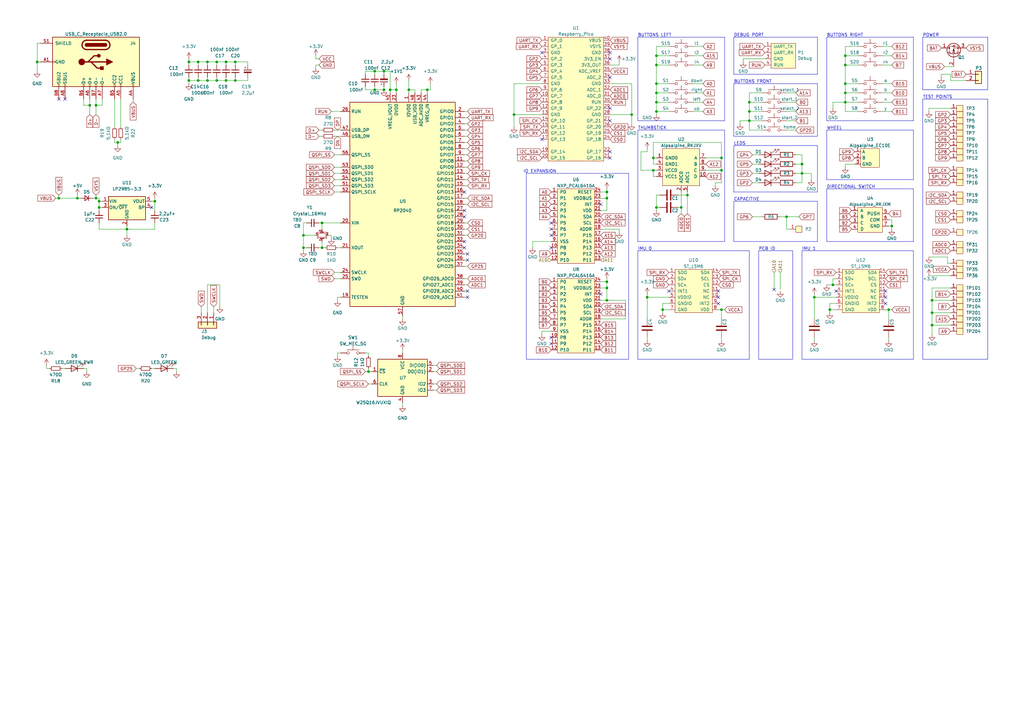
<source format=kicad_sch>
(kicad_sch (version 20230121) (generator eeschema)
  (paper "A3")
  (title_block (title "Alpakka") (company "Input Labs, Rasmus L."))
  (junction (at 248.92 123.19))
  (junction (at 132.08 101.6))
  (junction (at 328.93 71.12))
  (junction (at 31.75 81.28))
  (junction (at 153.67 36.83))
  (junction (at 346.71 41.91))
  (junction (at 92.71 33.02))
  (junction (at 279.4 85.09))
  (junction (at 307.34 49.53))
  (junction (at 346.71 34.29))
  (junction (at 88.9 25.4))
  (junction (at 167.64 36.83))
  (junction (at 269.24 38.1))
  (junction (at 248.92 115.57))
  (junction (at 124.46 96.52))
  (junction (at 48.26 58.42))
  (junction (at 382.27 128.27))
  (junction (at 63.5 82.55))
  (junction (at 77.47 25.4))
  (junction (at 248.92 81.28))
  (junction (at 160.02 36.83))
  (junction (at 295.91 69.85))
  (junction (at 346.71 38.1))
  (junction (at 175.26 36.83))
  (junction (at 162.56 36.83))
  (junction (at 295.91 64.77))
  (junction (at 295.91 127))
  (junction (at 269.24 85.09))
  (junction (at 81.28 25.4))
  (junction (at 259.08 46.99))
  (junction (at 15.24 25.4))
  (junction (at 96.52 25.4))
  (junction (at 307.34 41.91))
  (junction (at 153.67 29.21))
  (junction (at 269.24 22.86))
  (junction (at 96.52 33.02))
  (junction (at 334.01 121.92))
  (junction (at 328.93 67.31))
  (junction (at 267.97 64.77))
  (junction (at 364.49 127))
  (junction (at 24.13 81.28))
  (junction (at 281.94 80.01))
  (junction (at 365.76 92.71))
  (junction (at 269.24 26.67))
  (junction (at 39.37 81.28))
  (junction (at 346.71 26.67))
  (junction (at 124.46 101.6))
  (junction (at 307.34 45.72))
  (junction (at 92.71 25.4))
  (junction (at 36.83 43.18))
  (junction (at 271.78 127))
  (junction (at 157.48 36.83))
  (junction (at 265.43 121.92))
  (junction (at 269.24 41.91))
  (junction (at 88.9 33.02))
  (junction (at 39.37 43.18))
  (junction (at 40.64 85.09))
  (junction (at 52.07 93.98))
  (junction (at 322.58 88.9))
  (junction (at 40.64 82.55))
  (junction (at 85.09 33.02))
  (junction (at 77.47 33.02))
  (junction (at 85.09 25.4))
  (junction (at 382.27 123.19))
  (junction (at 81.28 33.02))
  (junction (at 248.92 118.11))
  (junction (at 346.71 22.86))
  (junction (at 269.24 45.72))
  (junction (at 132.08 91.44))
  (junction (at 382.27 133.35))
  (junction (at 267.97 69.85))
  (junction (at 340.36 127))
  (junction (at 151.13 152.4))
  (junction (at 269.24 34.29))
  (junction (at 157.48 29.21))
  (junction (at 341.63 116.84))
  (junction (at 248.92 78.74))
  (junction (at 210.82 46.99))
  (no_connect (at 250.19 31.75))
  (no_connect (at 250.19 44.45))
  (no_connect (at 226.06 138.43))
  (no_connect (at 190.5 78.74))
  (no_connect (at 191.77 119.38))
  (no_connect (at 226.06 101.6))
  (no_connect (at 274.32 119.38))
  (no_connect (at 342.9 119.38))
  (no_connect (at 222.25 21.59))
  (no_connect (at 190.5 86.36))
  (no_connect (at 26.67 40.64))
  (no_connect (at 317.5 118.745))
  (no_connect (at 250.19 62.23))
  (no_connect (at 246.38 120.65))
  (no_connect (at 363.22 124.46))
  (no_connect (at 363.22 119.38))
  (no_connect (at 226.06 93.98))
  (no_connect (at 250.19 21.59))
  (no_connect (at 222.25 57.15))
  (no_connect (at 294.64 124.46))
  (no_connect (at 250.19 24.13))
  (no_connect (at 226.06 91.44))
  (no_connect (at 191.77 104.14))
  (no_connect (at 190.5 101.6))
  (no_connect (at 294.64 121.92))
  (no_connect (at 62.23 85.09))
  (no_connect (at 190.5 99.06))
  (no_connect (at 246.38 83.82))
  (no_connect (at 226.06 140.97))
  (no_connect (at 226.06 96.52))
  (no_connect (at 191.77 106.68))
  (no_connect (at 363.22 121.92))
  (no_connect (at 24.13 40.64))
  (no_connect (at 190.5 88.9))
  (no_connect (at 250.19 49.53))
  (no_connect (at 294.64 119.38))
  (no_connect (at 191.77 121.92))
  (no_connect (at 250.19 64.77))
  (wire (pts (xy 226.06 135.89) (xy 222.25 135.89)))
  (wire (pts (xy 36.83 43.18) (xy 36.83 40.64)))
  (wire (pts (xy 130.81 91.44) (xy 132.08 91.44)))
  (wire (pts (xy 48.26 58.42) (xy 49.53 58.42)))
  (wire (pts (xy 361.95 19.05) (xy 365.76 19.05)))
  (wire (pts (xy 271.78 124.46) (xy 274.32 124.46)))
  (wire (pts (xy 346.71 41.91) (xy 346.71 38.1)))
  (wire (pts (xy 34.29 43.18) (xy 36.83 43.18)))
  (wire (pts (xy 149.86 35.56) (xy 149.86 36.83)))
  (polyline (pts (xy 300.99 59.69) (xy 335.28 59.69)))
  (polyline (pts (xy 261.62 102.87) (xy 307.34 102.87)))
  (wire (pts (xy 177.8 157.48) (xy 179.07 157.48)))
  (wire (pts (xy 130.81 53.34) (xy 132.08 53.34)))
  (wire (pts (xy 137.16 71.12) (xy 139.7 71.12)))
  (wire (pts (xy 39.37 43.18) (xy 39.37 46.99)))
  (wire (pts (xy 340.36 124.46) (xy 340.36 127)))
  (wire (pts (xy 256.54 130.81) (xy 246.38 130.81)))
  (wire (pts (xy 382.27 133.35) (xy 382.27 128.27)))
  (wire (pts (xy 130.81 101.6) (xy 132.08 101.6)))
  (polyline (pts (xy 300.99 78.74) (xy 335.28 78.74)))
  (wire (pts (xy 85.09 26.67) (xy 85.09 25.4)))
  (polyline (pts (xy 374.65 99.06) (xy 374.65 77.47)))
  (wire (pts (xy 149.86 30.48) (xy 149.86 29.21)))
  (wire (pts (xy 307.34 38.1) (xy 307.34 41.91)))
  (wire (pts (xy 96.52 31.75) (xy 96.52 33.02)))
  (polyline (pts (xy 339.09 77.47) (xy 339.09 99.06)))
  (wire (pts (xy 265.43 62.23) (xy 262.89 62.23)))
  (wire (pts (xy 81.28 33.02) (xy 81.28 31.75)))
  (wire (pts (xy 269.24 22.86) (xy 274.32 22.86)))
  (polyline (pts (xy 300.99 30.48) (xy 300.99 15.24)))
  (polyline (pts (xy 374.65 77.47) (xy 339.09 77.47)))
  (wire (pts (xy 326.39 67.31) (xy 328.93 67.31)))
  (wire (pts (xy 82.55 125.73) (xy 82.55 128.27)))
  (wire (pts (xy 62.23 151.13) (xy 63.5 151.13)))
  (wire (pts (xy 129.54 24.13) (xy 130.81 24.13)))
  (wire (pts (xy 149.86 152.4) (xy 151.13 152.4)))
  (wire (pts (xy 265.43 120.65) (xy 265.43 121.92)))
  (wire (pts (xy 269.24 85.09) (xy 270.51 85.09)))
  (wire (pts (xy 269.24 38.1) (xy 274.32 38.1)))
  (wire (pts (xy 322.58 53.34) (xy 326.39 53.34)))
  (wire (pts (xy 265.43 121.92) (xy 274.32 121.92)))
  (wire (pts (xy 364.49 138.43) (xy 364.49 139.7)))
  (wire (pts (xy 190.5 60.96) (xy 191.77 60.96)))
  (wire (pts (xy 77.47 25.4) (xy 77.47 26.67)))
  (wire (pts (xy 334.01 121.92) (xy 342.9 121.92)))
  (polyline (pts (xy 378.46 147.32) (xy 405.13 147.32)))
  (wire (pts (xy 63.5 91.44) (xy 63.5 93.98)))
  (wire (pts (xy 269.24 86.36) (xy 269.24 85.09)))
  (wire (pts (xy 87.63 125.73) (xy 87.63 128.27)))
  (wire (pts (xy 81.28 25.4) (xy 85.09 25.4)))
  (wire (pts (xy 267.97 67.31) (xy 267.97 64.77)))
  (wire (pts (xy 269.24 19.05) (xy 274.32 19.05)))
  (wire (pts (xy 289.56 64.77) (xy 295.91 64.77)))
  (wire (pts (xy 190.5 50.8) (xy 191.77 50.8)))
  (polyline (pts (xy 297.18 53.34) (xy 297.18 99.06)))
  (wire (pts (xy 190.5 71.12) (xy 191.77 71.12)))
  (wire (pts (xy 62.23 82.55) (xy 63.5 82.55)))
  (wire (pts (xy 381 105.41) (xy 388.62 105.41)))
  (polyline (pts (xy 335.28 55.88) (xy 300.99 55.88)))
  (wire (pts (xy 248.92 77.47) (xy 248.92 78.74)))
  (wire (pts (xy 339.09 116.84) (xy 341.63 116.84)))
  (wire (pts (xy 346.71 41.91) (xy 351.79 41.91)))
  (wire (pts (xy 77.47 33.02) (xy 81.28 33.02)))
  (wire (pts (xy 262.89 69.85) (xy 267.97 69.85)))
  (polyline (pts (xy 374.65 53.34) (xy 339.09 53.34)))
  (wire (pts (xy 170.18 38.1) (xy 170.18 36.83)))
  (wire (pts (xy 381 45.72) (xy 381 44.45)))
  (wire (pts (xy 137.16 78.74) (xy 139.7 78.74)))
  (wire (pts (xy 248.92 78.74) (xy 248.92 81.28)))
  (wire (pts (xy 177.8 149.86) (xy 179.07 149.86)))
  (wire (pts (xy 365.76 93.98) (xy 365.76 92.71)))
  (wire (pts (xy 254 95.25) (xy 254 93.98)))
  (wire (pts (xy 265.43 60.96) (xy 265.43 62.23)))
  (wire (pts (xy 190.5 73.66) (xy 191.77 73.66)))
  (wire (pts (xy 361.95 38.1) (xy 365.76 38.1)))
  (wire (pts (xy 281.94 80.01) (xy 281.94 87.63)))
  (wire (pts (xy 389.89 30.48) (xy 389.89 33.02)))
  (wire (pts (xy 284.48 26.67) (xy 288.29 26.67)))
  (polyline (pts (xy 307.34 102.87) (xy 307.34 147.32)))
  (wire (pts (xy 361.95 34.29) (xy 365.76 34.29)))
  (wire (pts (xy 267.97 64.77) (xy 269.24 64.77)))
  (wire (pts (xy 77.47 24.13) (xy 77.47 25.4)))
  (wire (pts (xy 269.24 46.99) (xy 269.24 45.72)))
  (polyline (pts (xy 257.81 147.32) (xy 215.9 147.32)))
  (polyline (pts (xy 215.9 71.12) (xy 215.9 147.32)))
  (wire (pts (xy 137.16 111.76) (xy 139.7 111.76)))
  (wire (pts (xy 137.16 76.2) (xy 139.7 76.2)))
  (wire (pts (xy 77.47 25.4) (xy 81.28 25.4)))
  (wire (pts (xy 364.49 92.71) (xy 365.76 92.71)))
  (wire (pts (xy 132.08 91.44) (xy 132.08 93.98)))
  (wire (pts (xy 157.48 29.21) (xy 160.02 29.21)))
  (wire (pts (xy 71.12 151.13) (xy 72.39 151.13)))
  (polyline (pts (xy 307.34 147.32) (xy 261.62 147.32)))
  (polyline (pts (xy 261.62 53.34) (xy 261.62 99.06)))
  (wire (pts (xy 25.4 151.13) (xy 26.67 151.13)))
  (wire (pts (xy 162.56 34.29) (xy 162.56 36.83)))
  (wire (pts (xy 129.54 27.94) (xy 129.54 26.67)))
  (wire (pts (xy 322.58 49.53) (xy 326.39 49.53)))
  (wire (pts (xy 190.5 58.42) (xy 191.77 58.42)))
  (wire (pts (xy 278.13 80.01) (xy 281.94 80.01)))
  (wire (pts (xy 303.53 50.8) (xy 303.53 49.53)))
  (wire (pts (xy 267.97 64.77) (xy 267.97 58.42)))
  (wire (pts (xy 130.81 55.88) (xy 132.08 55.88)))
  (wire (pts (xy 284.48 38.1) (xy 288.29 38.1)))
  (wire (pts (xy 267.97 69.85) (xy 269.24 69.85)))
  (wire (pts (xy 279.4 78.74) (xy 279.4 85.09)))
  (wire (pts (xy 326.39 63.5) (xy 328.93 63.5)))
  (wire (pts (xy 295.91 58.42) (xy 295.91 64.77)))
  (polyline (pts (xy 378.46 40.64) (xy 405.13 40.64)))
  (wire (pts (xy 254 93.98) (xy 246.38 93.98)))
  (wire (pts (xy 307.34 53.34) (xy 307.34 49.53)))
  (wire (pts (xy 388.62 105.41) (xy 388.62 107.95)))
  (wire (pts (xy 320.04 88.9) (xy 322.58 88.9)))
  (wire (pts (xy 40.64 81.28) (xy 40.64 82.55)))
  (wire (pts (xy 170.18 36.83) (xy 167.64 36.83)))
  (wire (pts (xy 346.71 34.29) (xy 346.71 26.67)))
  (wire (pts (xy 322.58 93.98) (xy 323.85 93.98)))
  (wire (pts (xy 317.5 111.76) (xy 317.5 118.745)))
  (wire (pts (xy 269.24 41.91) (xy 269.24 38.1)))
  (wire (pts (xy 222.25 34.29) (xy 210.82 34.29)))
  (wire (pts (xy 153.67 30.48) (xy 153.67 29.21)))
  (polyline (pts (xy 297.18 49.53) (xy 297.18 15.24)))
  (wire (pts (xy 340.36 124.46) (xy 342.9 124.46)))
  (wire (pts (xy 132.08 101.6) (xy 133.35 101.6)))
  (wire (pts (xy 48.26 59.69) (xy 48.26 58.42)))
  (wire (pts (xy 382.27 123.19) (xy 389.89 123.19)))
  (wire (pts (xy 129.54 22.86) (xy 129.54 24.13)))
  (wire (pts (xy 52.07 92.71) (xy 52.07 93.98)))
  (wire (pts (xy 270.51 80.01) (xy 269.24 80.01)))
  (wire (pts (xy 40.64 91.44) (xy 40.64 93.98)))
  (wire (pts (xy 165.1 165.1) (xy 165.1 166.37)))
  (wire (pts (xy 190.5 91.44) (xy 191.77 91.44)))
  (wire (pts (xy 295.91 138.43) (xy 295.91 139.7)))
  (wire (pts (xy 153.67 36.83) (xy 157.48 36.83)))
  (wire (pts (xy 271.78 127) (xy 271.78 128.27)))
  (wire (pts (xy 269.24 80.01) (xy 269.24 85.09)))
  (wire (pts (xy 81.28 26.67) (xy 81.28 25.4)))
  (wire (pts (xy 307.34 45.72) (xy 307.34 49.53)))
  (wire (pts (xy 88.9 26.67) (xy 88.9 25.4)))
  (wire (pts (xy 322.58 88.9) (xy 322.58 93.98)))
  (wire (pts (xy 364.49 127) (xy 364.49 130.81)))
  (wire (pts (xy 39.37 80.01) (xy 39.37 81.28)))
  (wire (pts (xy 361.95 26.67) (xy 365.76 26.67)))
  (wire (pts (xy 381 44.45) (xy 389.89 44.45)))
  (wire (pts (xy 167.64 36.83) (xy 167.64 38.1)))
  (wire (pts (xy 24.13 80.01) (xy 24.13 81.28)))
  (wire (pts (xy 190.5 96.52) (xy 191.77 96.52)))
  (polyline (pts (xy 300.99 15.24) (xy 335.28 15.24)))
  (wire (pts (xy 88.9 33.02) (xy 85.09 33.02)))
  (wire (pts (xy 15.24 25.4) (xy 16.51 25.4)))
  (wire (pts (xy 248.92 114.3) (xy 248.92 115.57)))
  (wire (pts (xy 304.8 24.13) (xy 313.69 24.13)))
  (wire (pts (xy 346.71 26.67) (xy 351.79 26.67)))
  (wire (pts (xy 137.16 55.88) (xy 139.7 55.88)))
  (wire (pts (xy 31.75 80.01) (xy 31.75 81.28)))
  (wire (pts (xy 294.64 127) (xy 295.91 127)))
  (wire (pts (xy 295.91 64.77) (xy 295.91 69.85)))
  (wire (pts (xy 52.07 93.98) (xy 52.07 96.52)))
  (wire (pts (xy 248.92 81.28) (xy 246.38 81.28)))
  (wire (pts (xy 322.58 38.1) (xy 326.39 38.1)))
  (wire (pts (xy 151.13 144.78) (xy 149.86 144.78)))
  (wire (pts (xy 364.49 127) (xy 365.76 127)))
  (wire (pts (xy 172.72 36.83) (xy 175.26 36.83)))
  (wire (pts (xy 190.5 45.72) (xy 191.77 45.72)))
  (wire (pts (xy 92.71 25.4) (xy 92.71 26.67)))
  (wire (pts (xy 85.09 31.75) (xy 85.09 33.02)))
  (wire (pts (xy 256.54 123.19) (xy 256.54 130.81)))
  (polyline (pts (xy 300.99 99.06) (xy 335.28 99.06)))
  (wire (pts (xy 46.99 57.15) (xy 46.99 58.42)))
  (wire (pts (xy 322.58 41.91) (xy 326.39 41.91)))
  (wire (pts (xy 346.71 22.86) (xy 351.79 22.86)))
  (wire (pts (xy 259.08 34.29) (xy 259.08 46.99)))
  (wire (pts (xy 135.89 96.52) (xy 134.62 96.52)))
  (wire (pts (xy 341.63 41.91) (xy 346.71 41.91)))
  (wire (pts (xy 190.5 106.68) (xy 191.77 106.68)))
  (polyline (pts (xy 374.65 73.66) (xy 374.65 53.34)))
  (wire (pts (xy 340.36 127) (xy 342.9 127)))
  (wire (pts (xy 265.43 138.43) (xy 265.43 139.7)))
  (polyline (pts (xy 297.18 15.24) (xy 261.62 15.24)))
  (wire (pts (xy 40.64 82.55) (xy 41.91 82.55)))
  (wire (pts (xy 303.53 49.53) (xy 307.34 49.53)))
  (wire (pts (xy 388.62 107.95) (xy 389.89 107.95)))
  (wire (pts (xy 36.83 43.18) (xy 36.83 46.99)))
  (wire (pts (xy 365.76 90.17) (xy 364.49 90.17)))
  (wire (pts (xy 52.07 93.98) (xy 63.5 93.98)))
  (wire (pts (xy 269.24 22.86) (xy 269.24 19.05)))
  (wire (pts (xy 246.38 123.19) (xy 248.92 123.19)))
  (wire (pts (xy 35.56 151.13) (xy 34.29 151.13)))
  (wire (pts (xy 259.08 46.99) (xy 259.08 50.8)))
  (wire (pts (xy 284.48 34.29) (xy 288.29 34.29)))
  (wire (pts (xy 153.67 29.21) (xy 157.48 29.21)))
  (wire (pts (xy 151.13 157.48) (xy 152.4 157.48)))
  (wire (pts (xy 40.64 85.09) (xy 40.64 86.36)))
  (wire (pts (xy 361.95 41.91) (xy 365.76 41.91)))
  (polyline (pts (xy 335.28 82.55) (xy 300.99 82.55)))
  (wire (pts (xy 284.48 45.72) (xy 288.29 45.72)))
  (wire (pts (xy 279.4 85.09) (xy 279.4 87.63)))
  (wire (pts (xy 248.92 118.11) (xy 248.92 123.19)))
  (wire (pts (xy 308.61 71.12) (xy 311.15 71.12)))
  (wire (pts (xy 269.24 38.1) (xy 269.24 34.29)))
  (wire (pts (xy 63.5 81.28) (xy 63.5 82.55)))
  (wire (pts (xy 137.16 53.34) (xy 139.7 53.34)))
  (wire (pts (xy 328.93 67.31) (xy 328.93 71.12)))
  (wire (pts (xy 190.5 119.38) (xy 191.77 119.38)))
  (wire (pts (xy 137.16 68.58) (xy 139.7 68.58)))
  (wire (pts (xy 308.61 88.9) (xy 312.42 88.9)))
  (wire (pts (xy 124.46 96.52) (xy 124.46 101.6)))
  (polyline (pts (xy 300.99 30.48) (xy 335.28 30.48)))
  (wire (pts (xy 334.01 138.43) (xy 334.01 139.7)))
  (wire (pts (xy 132.08 99.06) (xy 132.08 101.6)))
  (wire (pts (xy 101.6 31.75) (xy 101.6 33.02)))
  (polyline (pts (xy 374.65 147.32) (xy 328.93 147.32)))
  (wire (pts (xy 96.52 25.4) (xy 92.71 25.4)))
  (wire (pts (xy 190.5 104.14) (xy 191.77 104.14)))
  (wire (pts (xy 77.47 33.02) (xy 77.47 34.29)))
  (wire (pts (xy 307.34 53.34) (xy 312.42 53.34)))
  (wire (pts (xy 308.61 63.5) (xy 311.15 63.5)))
  (wire (pts (xy 149.86 29.21) (xy 153.67 29.21)))
  (wire (pts (xy 190.5 121.92) (xy 191.77 121.92)))
  (wire (pts (xy 15.24 17.78) (xy 15.24 25.4)))
  (wire (pts (xy 322.58 45.72) (xy 326.39 45.72)))
  (wire (pts (xy 92.71 25.4) (xy 88.9 25.4)))
  (wire (pts (xy 190.5 53.34) (xy 191.77 53.34)))
  (wire (pts (xy 248.92 118.11) (xy 246.38 118.11)))
  (wire (pts (xy 210.82 46.99) (xy 210.82 52.07)))
  (polyline (pts (xy 215.9 71.12) (xy 257.81 71.12)))
  (wire (pts (xy 304.8 25.4) (xy 304.8 24.13)))
  (wire (pts (xy 295.91 69.85) (xy 289.56 69.85)))
  (wire (pts (xy 190.5 114.3) (xy 191.77 114.3)))
  (wire (pts (xy 167.64 33.02) (xy 167.64 36.83)))
  (wire (pts (xy 138.43 121.92) (xy 138.43 123.19)))
  (wire (pts (xy 46.99 40.64) (xy 46.99 52.07)))
  (wire (pts (xy 218.44 99.06) (xy 226.06 99.06)))
  (wire (pts (xy 382.27 128.27) (xy 389.89 128.27)))
  (wire (pts (xy 135.89 97.79) (xy 135.89 96.52)))
  (wire (pts (xy 90.17 116.84) (xy 90.17 125.73)))
  (wire (pts (xy 190.5 55.88) (xy 191.77 55.88)))
  (wire (pts (xy 248.92 123.19) (xy 256.54 123.19)))
  (wire (pts (xy 269.24 45.72) (xy 274.32 45.72)))
  (wire (pts (xy 293.37 74.93) (xy 295.91 74.93)))
  (wire (pts (xy 162.56 36.83) (xy 160.02 36.83)))
  (wire (pts (xy 19.05 151.13) (xy 20.32 151.13)))
  (wire (pts (xy 222.25 46.99) (xy 210.82 46.99)))
  (wire (pts (xy 271.78 127) (xy 274.32 127)))
  (wire (pts (xy 63.5 82.55) (xy 63.5 86.36)))
  (wire (pts (xy 307.34 38.1) (xy 312.42 38.1)))
  (wire (pts (xy 175.26 36.83) (xy 175.26 38.1)))
  (wire (pts (xy 88.9 31.75) (xy 88.9 33.02)))
  (wire (pts (xy 334.01 120.65) (xy 334.01 121.92)))
  (polyline (pts (xy 374.65 15.24) (xy 339.09 15.24)))
  (wire (pts (xy 222.25 135.89) (xy 222.25 137.16)))
  (wire (pts (xy 49.53 58.42) (xy 49.53 57.15)))
  (polyline (pts (xy 328.93 102.87) (xy 328.93 147.32)))
  (wire (pts (xy 49.53 40.64) (xy 49.53 52.07)))
  (wire (pts (xy 382.27 128.27) (xy 382.27 123.19)))
  (polyline (pts (xy 339.09 15.24) (xy 339.09 49.53)))
  (wire (pts (xy 218.44 101.6) (xy 218.44 99.06)))
  (wire (pts (xy 346.71 38.1) (xy 346.71 34.29)))
  (wire (pts (xy 254 25.4) (xy 254 26.67)))
  (wire (pts (xy 284.48 19.05) (xy 288.29 19.05)))
  (wire (pts (xy 340.36 127) (xy 340.36 128.27)))
  (wire (pts (xy 137.16 114.3) (xy 139.7 114.3)))
  (wire (pts (xy 269.24 72.39) (xy 267.97 72.39)))
  (wire (pts (xy 190.5 63.5) (xy 191.77 63.5)))
  (wire (pts (xy 19.05 149.86) (xy 19.05 151.13)))
  (wire (pts (xy 190.5 81.28) (xy 191.77 81.28)))
  (wire (pts (xy 295.91 127) (xy 297.18 127)))
  (polyline (pts (xy 339.09 73.66) (xy 374.65 73.66)))
  (wire (pts (xy 387.35 27.305) (xy 391.16 27.305)))
  (wire (pts (xy 295.91 127) (xy 295.91 130.81)))
  (wire (pts (xy 254 26.67) (xy 250.19 26.67)))
  (wire (pts (xy 269.24 26.67) (xy 269.24 22.86)))
  (wire (pts (xy 389.89 33.02) (xy 396.24 33.02)))
  (wire (pts (xy 77.47 31.75) (xy 77.47 33.02)))
  (wire (pts (xy 96.52 25.4) (xy 96.52 26.67)))
  (wire (pts (xy 160.02 29.21) (xy 160.02 36.83)))
  (wire (pts (xy 92.71 33.02) (xy 88.9 33.02)))
  (wire (pts (xy 85.09 116.84) (xy 90.17 116.84)))
  (wire (pts (xy 293.37 76.2) (xy 293.37 74.93)))
  (wire (pts (xy 172.72 36.83) (xy 172.72 38.1)))
  (wire (pts (xy 328.93 71.12) (xy 332.74 71.12)))
  (wire (pts (xy 24.13 81.28) (xy 31.75 81.28)))
  (wire (pts (xy 363.22 127) (xy 364.49 127)))
  (wire (pts (xy 346.71 38.1) (xy 351.79 38.1)))
  (wire (pts (xy 85.09 128.27) (xy 85.09 116.84)))
  (wire (pts (xy 341.63 44.45) (xy 341.63 41.91)))
  (wire (pts (xy 190.5 76.2) (xy 191.77 76.2)))
  (wire (pts (xy 165.1 143.51) (xy 165.1 144.78)))
  (wire (pts (xy 39.37 40.64) (xy 39.37 43.18)))
  (wire (pts (xy 346.71 26.67) (xy 346.71 22.86)))
  (wire (pts (xy 35.56 152.4) (xy 35.56 151.13)))
  (wire (pts (xy 386.08 31.75) (xy 386.08 30.48)))
  (wire (pts (xy 307.34 45.72) (xy 312.42 45.72)))
  (wire (pts (xy 151.13 152.4) (xy 152.4 152.4)))
  (polyline (pts (xy 261.62 49.53) (xy 297.18 49.53)))
  (wire (pts (xy 153.67 35.56) (xy 153.67 36.83)))
  (wire (pts (xy 151.13 144.78) (xy 151.13 146.05)))
  (wire (pts (xy 382.27 137.16) (xy 382.27 133.35)))
  (polyline (pts (xy 374.65 49.53) (xy 374.65 15.24)))
  (wire (pts (xy 346.71 67.31) (xy 350.52 67.31)))
  (wire (pts (xy 341.63 114.3) (xy 341.63 116.84)))
  (wire (pts (xy 332.74 73.66) (xy 332.74 71.12)))
  (wire (pts (xy 295.91 74.93) (xy 295.91 69.85)))
  (wire (pts (xy 248.92 86.36) (xy 248.92 81.28)))
  (wire (pts (xy 124.46 91.44) (xy 124.46 96.52)))
  (wire (pts (xy 307.34 41.91) (xy 312.42 41.91)))
  (wire (pts (xy 284.48 41.91) (xy 288.29 41.91)))
  (wire (pts (xy 307.34 41.91) (xy 307.34 45.72)))
  (wire (pts (xy 157.48 35.56) (xy 157.48 36.83)))
  (wire (pts (xy 15.24 25.4) (xy 15.24 29.21)))
  (polyline (pts (xy 261.62 102.87) (xy 261.62 147.32)))
  (polyline (pts (xy 300.99 59.69) (xy 300.99 78.74)))
  (wire (pts (xy 138.43 101.6) (xy 139.7 101.6)))
  (wire (pts (xy 269.24 41.91) (xy 274.32 41.91)))
  (wire (pts (xy 346.71 45.72) (xy 351.79 45.72)))
  (wire (pts (xy 326.39 71.12) (xy 328.93 71.12)))
  (wire (pts (xy 346.71 45.72) (xy 346.71 41.91)))
  (wire (pts (xy 269.24 26.67) (xy 274.32 26.67)))
  (wire (pts (xy 138.43 144.78) (xy 138.43 146.05)))
  (wire (pts (xy 381 113.03) (xy 389.89 113.03)))
  (wire (pts (xy 250.19 46.99) (xy 259.08 46.99)))
  (wire (pts (xy 269.24 34.29) (xy 269.24 26.67)))
  (wire (pts (xy 129.54 26.67) (xy 130.81 26.67)))
  (wire (pts (xy 190.5 93.98) (xy 191.77 93.98)))
  (polyline (pts (xy 300.99 82.55) (xy 300.99 99.06)))
  (wire (pts (xy 137.16 63.5) (xy 139.7 63.5)))
  (polyline (pts (xy 335.28 99.06) (xy 335.28 82.55)))
  (wire (pts (xy 365.76 92.71) (xy 365.76 90.17)))
  (polyline (pts (xy 335.28 15.24) (xy 335.28 30.48)))
  (wire (pts (xy 361.95 45.72) (xy 365.76 45.72)))
  (wire (pts (xy 38.1 81.28) (xy 39.37 81.28)))
  (wire (pts (xy 72.39 152.4) (xy 72.39 151.13)))
  (polyline (pts (xy 335.28 34.29) (xy 335.28 55.88)))
  (wire (pts (xy 175.26 36.83) (xy 176.53 36.83)))
  (wire (pts (xy 346.71 19.05) (xy 351.79 19.05)))
  (polyline (pts (xy 339.09 53.34) (xy 339.09 73.66)))
  (wire (pts (xy 322.58 88.9) (xy 327.66 88.9)))
  (wire (pts (xy 210.82 34.29) (xy 210.82 46.99)))
  (wire (pts (xy 39.37 81.28) (xy 40.64 81.28)))
  (wire (pts (xy 157.48 30.48) (xy 157.48 29.21)))
  (polyline (pts (xy 300.99 34.29) (xy 335.28 34.29)))
  (wire (pts (xy 382.27 118.11) (xy 382.27 123.19)))
  (polyline (pts (xy 300.99 34.29) (xy 300.99 55.88)))
  (polyline (pts (xy 405.13 147.32) (xy 405.13 40.64)))
  (wire (pts (xy 34.29 40.64) (xy 34.29 43.18)))
  (polyline (pts (xy 335.28 78.74) (xy 335.28 59.69)))
  (wire (pts (xy 162.56 38.1) (xy 162.56 36.83)))
  (wire (pts (xy 250.19 34.29) (xy 259.08 34.29)))
  (polyline (pts (xy 261.62 53.34) (xy 297.18 53.34)))
  (wire (pts (xy 246.38 115.57) (xy 248.92 115.57)))
  (wire (pts (xy 137.16 73.66) (xy 139.7 73.66)))
  (wire (pts (xy 101.6 33.02) (xy 96.52 33.02)))
  (wire (pts (xy 320.04 111.76) (xy 320.04 118.745)))
  (wire (pts (xy 177.8 152.4) (xy 179.07 152.4)))
  (wire (pts (xy 269.24 67.31) (xy 267.97 67.31)))
  (wire (pts (xy 267.97 58.42) (xy 295.91 58.42)))
  (wire (pts (xy 39.37 43.18) (xy 41.91 43.18)))
  (wire (pts (xy 190.5 116.84) (xy 191.77 116.84)))
  (wire (pts (xy 190.5 68.58) (xy 191.77 68.58)))
  (wire (pts (xy 88.9 25.4) (xy 85.09 25.4)))
  (wire (pts (xy 346.71 34.29) (xy 351.79 34.29)))
  (wire (pts (xy 269.24 45.72) (xy 269.24 41.91)))
  (wire (pts (xy 31.75 81.28) (xy 33.02 81.28)))
  (wire (pts (xy 346.71 22.86) (xy 346.71 19.05)))
  (wire (pts (xy 135.89 45.72) (xy 139.7 45.72)))
  (wire (pts (xy 328.93 63.5) (xy 328.93 67.31)))
  (wire (pts (xy 308.61 67.31) (xy 311.15 67.31)))
  (wire (pts (xy 361.95 22.86) (xy 365.76 22.86)))
  (wire (pts (xy 55.88 151.13) (xy 57.15 151.13)))
  (wire (pts (xy 41.91 40.64) (xy 41.91 43.18)))
  (wire (pts (xy 271.78 124.46) (xy 271.78 127)))
  (wire (pts (xy 284.48 22.86) (xy 288.29 22.86)))
  (wire (pts (xy 96.52 33.02) (xy 92.71 33.02)))
  (polyline (pts (xy 257.81 71.12) (xy 257.81 147.32)))
  (wire (pts (xy 246.38 86.36) (xy 248.92 86.36)))
  (polyline (pts (xy 261.62 15.24) (xy 261.62 49.53)))
  (wire (pts (xy 124.46 96.52) (xy 129.54 96.52)))
  (wire (pts (xy 138.43 144.78) (xy 139.7 144.78)))
  (wire (pts (xy 246.38 78.74) (xy 248.92 78.74)))
  (wire (pts (xy 40.64 82.55) (xy 40.64 85.09)))
  (wire (pts (xy 125.73 101.6) (xy 124.46 101.6)))
  (wire (pts (xy 190.5 109.22) (xy 191.77 109.22)))
  (wire (pts (xy 308.61 74.93) (xy 311.15 74.93)))
  (wire (pts (xy 262.89 62.23) (xy 262.89 69.85)))
  (wire (pts (xy 248.92 115.57) (xy 248.92 118.11)))
  (wire (pts (xy 176.53 34.29) (xy 176.53 36.83)))
  (wire (pts (xy 386.08 30.48) (xy 389.89 30.48)))
  (polyline (pts (xy 339.09 99.06) (xy 374.65 99.06)))
  (wire (pts (xy 101.6 25.4) (xy 96.52 25.4)))
  (wire (pts (xy 334.01 130.81) (xy 334.01 121.92)))
  (wire (pts (xy 389.89 118.11) (xy 382.27 118.11)))
  (wire (pts (xy 267.97 72.39) (xy 267.97 69.85)))
  (wire (pts (xy 139.7 121.92) (xy 138.43 121.92)))
  (wire (pts (xy 40.64 93.98) (xy 52.07 93.98)))
  (wire (pts (xy 92.71 31.75) (xy 92.71 33.02)))
  (polyline (pts (xy 378.46 40.64) (xy 378.46 147.32)))
  (wire (pts (xy 22.86 81.28) (xy 24.13 81.28)))
  (wire (pts (xy 269.24 34.29) (xy 274.32 34.29)))
  (wire (pts (xy 16.51 17.78) (xy 15.24 17.78)))
  (polyline (pts (xy 374.65 102.87) (xy 374.65 147.32)))
  (wire (pts (xy 41.91 85.09) (xy 40.64 85.09)))
  (wire (pts (xy 326.39 74.93) (xy 328.93 74.93)))
  (wire (pts (xy 307.34 49.53) (xy 312.42 49.53)))
  (wire (pts (xy 342.9 114.3) (xy 341.63 114.3)))
  (wire (pts (xy 177.8 160.02) (xy 179.07 160.02)))
  (wire (pts (xy 151.13 151.13) (xy 151.13 152.4)))
  (wire (pts (xy 328.93 74.93) (xy 328.93 71.12)))
  (wire (pts (xy 124.46 91.44) (xy 125.73 91.44)))
  (wire (pts (xy 382.27 133.35) (xy 389.89 133.35)))
  (wire (pts (xy 281.94 78.74) (xy 281.94 80.01)))
  (wire (pts (xy 190.5 66.04) (xy 191.77 66.04)))
  (wire (pts (xy 346.71 68.58) (xy 346.71 67.31)))
  (wire (pts (xy 160.02 36.83) (xy 160.02 38.1)))
  (wire (pts (xy 190.5 48.26) (xy 191.77 48.26)))
  (wire (pts (xy 149.86 36.83) (xy 153.67 36.83)))
  (wire (pts (xy 101.6 26.67) (xy 101.6 25.4)))
  (wire (pts (xy 279.4 85.09) (xy 278.13 85.09)))
  (wire (pts (xy 81.28 33.02) (xy 85.09 33.02)))
  (wire (pts (xy 341.63 116.84) (xy 342.9 116.84)))
  (wire (pts (xy 132.08 91.44) (xy 139.7 91.44)))
  (polyline (pts (xy 297.18 99.06) (xy 261.62 99.06)))
  (wire (pts (xy 165.1 129.54) (xy 165.1 130.81)))
  (wire (pts (xy 124.46 101.6) (xy 124.46 102.87)))
  (wire (pts (xy 190.5 83.82) (xy 191.77 83.82)))
  (polyline (pts (xy 328.93 102.87) (xy 374.65 102.87)))
  (wire (pts (xy 46.99 58.42) (xy 48.26 58.42)))
  (wire (pts (xy 54.61 40.64) (xy 54.61 41.91)))
  (wire (pts (xy 265.43 130.81) (xy 265.43 121.92)))
  (polyline (pts (xy 339.09 49.53) (xy 374.65 49.53)))
  (rectangle (start 378.46 15.24) (end 405.13 36.83))
  (rectangle (start 311.15 102.87) (end 325.12 147.32))
  (text "WHEEL\n" (at 339.09 53.34 0) (effects (font (size 1.27 1.27)) (justify left bottom)))
  (text "DEBUG PORT" (at 300.99 15.24 0) (effects (font (size 1.27 1.27)) (justify left bottom)))
  (text "THUMBSTICK" (at 261.62 53.34 0) (effects (font (size 1.27 1.27)) (justify left bottom)))
  (text "IMU 0" (at 261.62 102.87 0) (effects (font (size 1.27 1.27)) (justify left bottom)))
  (text "PCB ID" (at 311.15 102.87 0) (effects (font (size 1.27 1.27)) (justify left bottom)))
  (text "IMU 1" (at 328.93 102.87 0) (effects (font (size 1.27 1.27)) (justify left bottom)))
  (text "BUTTONS FRONT" (at 300.99 34.29 0) (effects (font (size 1.27 1.27)) (justify left bottom)))
  (text "TEST POINTS" (at 378.46 40.64 0) (effects (font (size 1.27 1.27)) (justify left bottom)))
  (text "DIRECTIONAL SWITCH" (at 339.09 77.47 0) (effects (font (size 1.27 1.27)) (justify left bottom)))
  (text "CAPACITIVE" (at 300.99 82.55 0) (effects (font (size 1.27 1.27)) (justify left bottom)))
  (text "IO EXPANSION" (at 214.63 71.12 0) (effects (font (size 1.27 1.27)) (justify left bottom)))
  (text "LEDS" (at 300.99 59.69 0) (effects (font (size 1.27 1.27)) (justify left bottom)))
  (text "BUTTONS LEFT" (at 261.62 15.24 0) (effects (font (size 1.27 1.27)) (justify left bottom)))
  (text "BUTTONS RIGHT" (at 339.09 15.24 0) (effects (font (size 1.27 1.27)) (justify left bottom)))
  (text "POWER" (at 378.46 15.24 0) (effects (font (size 1.27 1.27)) (justify left bottom)))
  (global_label "CS0" (shape input) (at 250.19 57.15 0) (property "Intersheetrefs" "${INTERSHEET_REFS}" (effects hide)))
  (global_label "B0" (shape input) (at 326.39 41.91 0) (property "Intersheetrefs" "${INTERSHEET_REFS}" (effects hide)))
  (global_label "DP" (shape input) (at 138.43 53.34 90) (property "Intersheetrefs" "${INTERSHEET_REFS}" (effects hide)))
  (global_label "I2C_SCL" (shape input) (at 246.38 91.44 0) (property "Intersheetrefs" "${INTERSHEET_REFS}" (effects hide)))
  (global_label "B12" (shape input) (at 365.76 19.05 0) (property "Intersheetrefs" "${INTERSHEET_REFS}" (effects hide)))
  (global_label "SPI_CK" (shape input) (at 191.77 71.12 0) (property "Intersheetrefs" "${INTERSHEET_REFS}" (effects hide)))
  (global_label "SPI_RX" (shape input) (at 191.77 76.2 0) (property "Intersheetrefs" "${INTERSHEET_REFS}" (effects hide)))
  (global_label "D-" (shape input) (at 39.37 46.99 270) (property "Intersheetrefs" "${INTERSHEET_REFS}" (effects hide)))
  (global_label "SPI_RX" (shape input) (at 222.25 54.61 180) (property "Intersheetrefs" "${INTERSHEET_REFS}" (effects hide)))
  (global_label "B14" (shape input) (at 389.89 120.65 180) (property "Intersheetrefs" "${INTERSHEET_REFS}" (effects hide)))
  (global_label "GP25" (shape input) (at 191.77 109.22 0) (property "Intersheetrefs" "${INTERSHEET_REFS}" (effects hide)))
  (global_label "SPI_RX" (shape input) (at 389.89 74.93 180) (property "Intersheetrefs" "${INTERSHEET_REFS}" (effects hide)))
  (global_label "GP9" (shape input) (at 222.25 44.45 180) (property "Intersheetrefs" "${INTERSHEET_REFS}" (effects hide)))
  (global_label "BAT" (shape input) (at 396.24 30.48 180) (property "Intersheetrefs" "${INTERSHEET_REFS}" (effects hide)))
  (global_label "GP25" (shape input) (at 55.88 151.13 180) (property "Intersheetrefs" "${INTERSHEET_REFS}" (effects hide)))
  (global_label "A15" (shape input) (at 246.38 96.52 0) (property "Intersheetrefs" "${INTERSHEET_REFS}" (effects hide)))
  (global_label "A14" (shape input) (at 246.38 99.06 0) (property "Intersheetrefs" "${INTERSHEET_REFS}" (effects hide)))
  (global_label "ADC0" (shape input) (at 389.89 100.33 180) (property "Intersheetrefs" "${INTERSHEET_REFS}" (effects hide)))
  (global_label "D+" (shape input) (at 130.81 53.34 180) (property "Intersheetrefs" "${INTERSHEET_REFS}" (effects hide)))
  (global_label "DN" (shape input) (at 138.43 55.88 270) (property "Intersheetrefs" "${INTERSHEET_REFS}" (effects hide)))
  (global_label "GP6" (shape input) (at 389.89 57.15 180) (property "Intersheetrefs" "${INTERSHEET_REFS}" (effects hide)))
  (global_label "VCCA" (shape input) (at 365.76 127 0) (property "Intersheetrefs" "${INTERSHEET_REFS}" (effects hide)))
  (global_label "ADC1" (shape input) (at 250.19 36.83 0) (property "Intersheetrefs" "${INTERSHEET_REFS}" (effects hide)))
  (global_label "UART_RX" (shape input) (at 222.25 19.05 180) (property "Intersheetrefs" "${INTERSHEET_REFS}" (effects hide)))
  (global_label "I2C_SDA" (shape input) (at 246.38 125.73 0) (property "Intersheetrefs" "${INTERSHEET_REFS}" (effects hide)))
  (global_label "A4" (shape input) (at 288.29 41.91 0) (property "Intersheetrefs" "${INTERSHEET_REFS}" (effects hide)))
  (global_label "SPI_RX" (shape input) (at 342.9 111.76 180) (property "Intersheetrefs" "${INTERSHEET_REFS}" (effects hide)))
  (global_label "A4" (shape input) (at 226.06 88.9 180) (property "Intersheetrefs" "${INTERSHEET_REFS}" (effects hide)))
  (global_label "SWCLK" (shape input) (at 87.63 125.73 90) (property "Intersheetrefs" "${INTERSHEET_REFS}" (effects hide)))
  (global_label "SPI_CK" (shape input) (at 294.64 114.3 0) (property "Intersheetrefs" "${INTERSHEET_REFS}" (effects hide)))
  (global_label "GP6" (shape input) (at 191.77 60.96 0) (property "Intersheetrefs" "${INTERSHEET_REFS}" (effects hide)))
  (global_label "GP8" (shape input) (at 389.89 62.23 180) (property "Intersheetrefs" "${INTERSHEET_REFS}" (effects hide)))
  (global_label "B4" (shape input) (at 364.49 87.63 0) (property "Intersheetrefs" "${INTERSHEET_REFS}" (effects hide)))
  (global_label "A9" (shape input) (at 389.89 135.89 180) (property "Intersheetrefs" "${INTERSHEET_REFS}" (effects hide)))
  (global_label "VSYS" (shape input) (at 396.24 19.685 0) (property "Intersheetrefs" "${INTERSHEET_REFS}" (effects hide)))
  (global_label "I2C_SDA" (shape input) (at 246.38 88.9 0) (property "Intersheetrefs" "${INTERSHEET_REFS}" (effects hide)))
  (global_label "GP3" (shape input) (at 389.89 49.53 180) (property "Intersheetrefs" "${INTERSHEET_REFS}" (effects hide)))
  (global_label "RUN" (shape input) (at 250.19 41.91 0) (property "Intersheetrefs" "${INTERSHEET_REFS}" (effects hide)))
  (global_label "VBUS" (shape input) (at 24.13 80.01 90) (property "Intersheetrefs" "${INTERSHEET_REFS}" (effects hide)))
  (global_label "B11" (shape input) (at 246.38 143.51 0) (property "Intersheetrefs" "${INTERSHEET_REFS}" (effects hide)))
  (global_label "VCCA" (shape input) (at 250.19 29.21 0) (property "Intersheetrefs" "${INTERSHEET_REFS}" (effects hide)))
  (global_label "QSPI_SD3" (shape input) (at 137.16 76.2 180) (property "Intersheetrefs" "${INTERSHEET_REFS}" (effects hide)))
  (global_label "VSYS" (shape input) (at 250.19 19.05 0) (property "Intersheetrefs" "${INTERSHEET_REFS}" (effects hide)))
  (global_label "B1" (shape input) (at 326.39 49.53 0) (property "Intersheetrefs" "${INTERSHEET_REFS}" (effects hide)))
  (global_label "GP2" (shape input) (at 308.61 74.93 180) (property "Intersheetrefs" "${INTERSHEET_REFS}" (effects hide)))
  (global_label "SPI_RX" (shape input) (at 274.32 111.76 180) (property "Intersheetrefs" "${INTERSHEET_REFS}" (effects hide)))
  (global_label "A9" (shape input) (at 226.06 104.14 180) (property "Intersheetrefs" "${INTERSHEET_REFS}" (effects hide)))
  (global_label "A2" (shape input) (at 226.06 83.82 180) (property "Intersheetrefs" "${INTERSHEET_REFS}" (effects hide)))
  (global_label "SWD" (shape input) (at 137.16 114.3 180) (property "Intersheetrefs" "${INTERSHEET_REFS}" (effects hide)))
  (global_label "QSPI_SD2" (shape input) (at 179.07 157.48 0) (property "Intersheetrefs" "${INTERSHEET_REFS}" (effects hide)))
  (global_label "QSPI_SD1" (shape input) (at 137.16 71.12 180) (property "Intersheetrefs" "${INTERSHEET_REFS}" (effects hide)))
  (global_label "BAT" (shape input) (at 386.08 19.685 180) (property "Intersheetrefs" "${INTERSHEET_REFS}" (effects hide)))
  (global_label "QSPI_SD3" (shape input) (at 179.07 160.02 0) (property "Intersheetrefs" "${INTERSHEET_REFS}" (effects hide)))
  (global_label "A1" (shape input) (at 226.06 81.28 180) (property "Intersheetrefs" "${INTERSHEET_REFS}" (effects hide)))
  (global_label "GP20" (shape input) (at 326.39 53.34 0) (property "Intersheetrefs" "${INTERSHEET_REFS}" (effects hide)))
  (global_label "VBUS" (shape input) (at 387.35 27.305 180) (property "Intersheetrefs" "${INTERSHEET_REFS}" (effects hide)))
  (global_label "UART_TX" (shape input) (at 191.77 45.72 0) (property "Intersheetrefs" "${INTERSHEET_REFS}" (effects hide)))
  (global_label "QSPI_SS" (shape input) (at 149.86 152.4 180) (property "Intersheetrefs" "${INTERSHEET_REFS}" (effects hide)))
  (global_label "QSPI_SD2" (shape input) (at 137.16 73.66 180) (property "Intersheetrefs" "${INTERSHEET_REFS}" (effects hide)))
  (global_label "GP6" (shape input) (at 308.61 88.9 180) (property "Intersheetrefs" "${INTERSHEET_REFS}" (effects hide)))
  (global_label "GP20" (shape input) (at 250.19 52.07 0) (property "Intersheetrefs" "${INTERSHEET_REFS}" (effects hide)))
  (global_label "GP9" (shape input) (at 191.77 68.58 0) (property "Intersheetrefs" "${INTERSHEET_REFS}" (effects hide)))
  (global_label "GP8" (shape input) (at 191.77 66.04 0) (property "Intersheetrefs" "${INTERSHEET_REFS}" (effects hide)))
  (global_label "B5" (shape input) (at 349.25 93.98 180) (property "Intersheetrefs" "${INTERSHEET_REFS}" (effects hide)))
  (global_label "GND" (shape input) (at 274.32 114.3 180) (property "Intersheetrefs" "${INTERSHEET_REFS}" (effects hide)))
  (global_label "GP8" (shape input) (at 350.52 64.77 180) (property "Intersheetrefs" "${INTERSHEET_REFS}" (effects hide)))
  (global_label "I2C_SCL" (shape input) (at 191.77 83.82 0) (property "Intersheetrefs" "${INTERSHEET_REFS}" (effects hide)))
  (global_label "B3" (shape input) (at 226.06 123.19 180) (property "Intersheetrefs" "${INTERSHEET_REFS}" (effects hide)))
  (global_label "B2" (shape input) (at 226.06 120.65 180) (property "Intersheetrefs" "${INTERSHEET_REFS}" (effects hide)))
  (global_label "GP4" (shape input) (at 308.61 63.5 180) (property "Intersheetrefs" "${INTERSHEET_REFS}" (effects hide)))
  (global_label "B11" (shape input) (at 365.76 45.72 0) (property "Intersheetrefs" "${INTERSHEET_REFS}" (effects hide)))
  (global_label "GP3" (shape input) (at 191.77 53.34 0) (property "Intersheetrefs" "${INTERSHEET_REFS}" (effects hide)))
  (global_label "GP2" (shape input) (at 191.77 50.8 0) (property "Intersheetrefs" "${INTERSHEET_REFS}" (effects hide)))
  (global_label "SPI_CK" (shape input) (at 363.22 114.3 0) (property "Intersheetrefs" "${INTERSHEET_REFS}" (effects hide)))
  (global_label "GP20" (shape input) (at 191.77 96.52 0) (property "Intersheetrefs" "${INTERSHEET_REFS}" (effects hide)))
  (global_label "SWCLK" (shape input) (at 137.16 111.76 180) (property "Intersheetrefs" "${INTERSHEET_REFS}" (effects hide)))
  (global_label "CS0" (shape input) (at 294.64 116.84 0) (property "Intersheetrefs" "${INTERSHEET_REFS}" (effects hide)))
  (global_label "B15" (shape input) (at 246.38 133.35 0) (property "Intersheetrefs" "${INTERSHEET_REFS}" (effects hide)))
  (global_label "CS1" (shape input) (at 191.77 93.98 0) (property "Intersheetrefs" "${INTERSHEET_REFS}" (effects hide)))
  (global_label "GP7" (shape input) (at 327.66 88.9 0) (property "Intersheetrefs" "${INTERSHEET_REFS}" (effects hide)))
  (global_label "GP9" (shape input) (at 389.89 64.77 180) (property "Intersheetrefs" "${INTERSHEET_REFS}" (effects hide)))
  (global_label "A13" (shape input) (at 326.39 45.72 0) (property "Intersheetrefs" "${INTERSHEET_REFS}" (effects hide)))
  (global_label "A0" (shape input) (at 288.29 34.29 0) (property "Intersheetrefs" "${INTERSHEET_REFS}" (effects hide)))
  (global_label "A3" (shape input) (at 226.06 86.36 180) (property "Intersheetrefs" "${INTERSHEET_REFS}" (effects hide)))
  (global_label "GP3" (shape input) (at 308.61 71.12 180) (property "Intersheetrefs" "${INTERSHEET_REFS}" (effects hide)))
  (global_label "GP7" (shape input) (at 191.77 63.5 0) (property "Intersheetrefs" "${INTERSHEET_REFS}" (effects hide)))
  (global_label "CS0" (shape input) (at 389.89 87.63 180) (property "Intersheetrefs" "${INTERSHEET_REFS}" (effects hide)))
  (global_label "GP6" (shape input) (at 222.25 36.83 180) (property "Intersheetrefs" "${INTERSHEET_REFS}" (effects hide)))
  (global_label "A2" (shape input) (at 288.29 19.05 0) (property "Intersheetrefs" "${INTERSHEET_REFS}" (effects hide)))
  (global_label "GP4" (shape input) (at 222.25 29.21 180) (property "Intersheetrefs" "${INTERSHEET_REFS}" (effects hide)))
  (global_label "B0" (shape input) (at 226.06 115.57 180) (property "Intersheetrefs" "${INTERSHEET_REFS}" (effects hide)))
  (global_label "GP2" (shape input) (at 389.89 46.99 180) (property "Intersheetrefs" "${INTERSHEET_REFS}" (effects hide)))
  (global_label "A14" (shape input) (at 326.39 38.1 0) (property "Intersheetrefs" "${INTERSHEET_REFS}" (effects hide)))
  (global_label "QSPI_SD0" (shape input) (at 179.07 149.86 0) (property "Intersheetrefs" "${INTERSHEET_REFS}" (effects hide)))
  (global_label "VBUS" (shape input) (at 22.86 81.28 180) (property "Intersheetrefs" "${INTERSHEET_REFS}" (effects hide)))
  (global_label "GP3" (shape input) (at 222.25 26.67 180) (property "Intersheetrefs" "${INTERSHEET_REFS}" (effects hide)))
  (global_label "VBUS" (shape input) (at 250.19 16.51 0) (property "Intersheetrefs" "${INTERSHEET_REFS}" (effects hide)))
  (global_label "ADC0" (shape input) (at 279.4 87.63 270) (property "Intersheetrefs" "${INTERSHEET_REFS}" (effects hide)))
  (global_label "A12" (shape input) (at 289.56 67.31 0) (property "Intersheetrefs" "${INTERSHEET_REFS}" (effects hide)))
  (global_label "SPI_TX" (shape input) (at 294.64 111.76 0) (property "Intersheetrefs" "${INTERSHEET_REFS}" (effects hide)))
  (global_label "GND" (shape input) (at 130.81 26.67 0) (property "Intersheetrefs" "${INTERSHEET_REFS}" (effects hide)))
  (global_label "B10" (shape input) (at 365.76 38.1 0) (property "Intersheetrefs" "${INTERSHEET_REFS}" (effects hide)))
  (global_label "A9" (shape input) (at 288.29 26.67 0) (property "Intersheetrefs" "${INTERSHEET_REFS}" (effects hide)))
  (global_label "GP8" (shape input) (at 222.25 41.91 180) (property "Intersheetrefs" "${INTERSHEET_REFS}" (effects hide)))
  (global_label "B5" (shape input) (at 226.06 128.27 180) (property "Intersheetrefs" "${INTERSHEET_REFS}" (effects hide)))
  (global_label "I2C_SCL" (shape input) (at 246.38 128.27 0) (property "Intersheetrefs" "${INTERSHEET_REFS}" (effects hide)))
  (global_label "GP4" (shape input) (at 389.89 52.07 180) (property "Intersheetrefs" "${INTERSHEET_REFS}" (effects hide)))
  (global_label "QSPI_SCLK" (shape input) (at 151.13 157.48 180) (property "Intersheetrefs" "${INTERSHEET_REFS}" (effects hide)))
  (global_label "UART_TX" (shape input) (at 313.69 19.05 180) (property "Intersheetrefs" "${INTERSHEET_REFS}" (effects hide)))
  (global_label "SPI_TX" (shape input) (at 363.22 111.76 0) (property "Intersheetrefs" "${INTERSHEET_REFS}" (effects hide)))
  (global_label "A3" (shape input) (at 288.29 45.72 0) (property "Intersheetrefs" "${INTERSHEET_REFS}" (effects hide)))
  (global_label "B3" (shape input) (at 349.25 88.9 180) (property "Intersheetrefs" "${INTERSHEET_REFS}" (effects hide)))
  (global_label "QSPI_SCLK" (shape input) (at 137.16 78.74 180) (property "Intersheetrefs" "${INTERSHEET_REFS}" (effects hide)))
  (global_label "RUN" (shape input) (at 135.89 45.72 180) (property "Intersheetrefs" "${INTERSHEET_REFS}" (effects hide)))
  (global_label "UART_TX" (shape input) (at 222.25 16.51 180) (property "Intersheetrefs" "${INTERSHEET_REFS}" (effects hide)))
  (global_label "GP5" (shape input) (at 389.89 54.61 180) (property "Intersheetrefs" "${INTERSHEET_REFS}" (effects hide)))
  (global_label "D+" (shape input) (at 36.83 46.99 270) (property "Intersheetrefs" "${INTERSHEET_REFS}" (effects hide)))
  (global_label "QSPI_SD1" (shape input) (at 179.07 152.4 0) (property "Intersheetrefs" "${INTERSHEET_REFS}" (effects hide)))
  (global_label "CS1" (shape input) (at 250.19 54.61 0) (property "Intersheetrefs" "${INTERSHEET_REFS}" (effects hide)))
  (global_label "B10" (shape input) (at 226.06 143.51 180) (property "Intersheetrefs" "${INTERSHEET_REFS}" (effects hide)))
  (global_label "ADC0" (shape input) (at 191.77 114.3 0) (property "Intersheetrefs" "${INTERSHEET_REFS}" (effects hide)))
  (global_label "B6" (shape input) (at 349.25 86.36 180) (property "Intersheetrefs" "${INTERSHEET_REFS}" (effects hide)))
  (global_label "CS1" (shape input) (at 363.22 116.84 0) (property "Intersheetrefs" "${INTERSHEET_REFS}" (effects hide)))
  (global_label "B6" (shape input) (at 226.06 130.81 180) (property "Intersheetrefs" "${INTERSHEET_REFS}" (effects hide)))
  (global_label "ADC1" (shape input) (at 389.89 102.87 180) (property "Intersheetrefs" "${INTERSHEET_REFS}" (effects hide)))
  (global_label "B7" (shape input) (at 365.76 26.67 0) (property "Intersheetrefs" "${INTERSHEET_REFS}" (effects hide)))
  (global_label "GP7" (shape input) (at 389.89 59.69 180) (property "Intersheetrefs" "${INTERSHEET_REFS}" (effects hide)))
  (global_label "ADC1" (shape input) (at 191.77 116.84 0) (property "Intersheetrefs" "${INTERSHEET_REFS}" (effects hide)))
  (global_label "B14" (shape input) (at 246.38 135.89 0) (property "Intersheetrefs" "${INTERSHEET_REFS}" (effects hide)))
  (global_label "B12" (shape input) (at 246.38 140.97 0) (property "Intersheetrefs" "${INTERSHEET_REFS}" (effects hide)))
  (global_label "B13" (shape input) (at 365.76 41.91 0) (property "Intersheetrefs" "${INTERSHEET_REFS}" (effects hide)))
  (global_label "VCCA" (shape input) (at 389.89 110.49 180) (property "Intersheetrefs" "${INTERSHEET_REFS}" (effects hide)))
  (global_label "SWD" (shape input) (at 82.55 125.73 90) (property "Intersheetrefs" "${INTERSHEET_REFS}" (effects hide)))
  (global_label "CS0" (shape input) (at 191.77 91.44 0) (property "Intersheetrefs" "${INTERSHEET_REFS}" (effects hide)))
  (global_label "SPI_CK" (shape input) (at 389.89 69.85 180) (property "Intersheetrefs" "${INTERSHEET_REFS}" (effects hide)))
  (global_label "A0" (shape input) (at 226.06 78.74 180) (property "Intersheetrefs" "${INTERSHEET_REFS}" (effects hide)))
  (global_label "SPI_TX" (shape input) (at 191.77 73.66 0) (property "Intersheetrefs" "${INTERSHEET_REFS}" (effects hide)))
  (global_label "B1" (shape input) (at 226.06 118.11 180) (property "Intersheetrefs" "${INTERSHEET_REFS}" (effects hide)))
  (global_label "VCC" (shape input) (at 130.81 24.13 0) (property "Intersheetrefs" "${INTERSHEET_REFS}" (effects hide)))
  (global_label "D-" (shape input) (at 130.81 55.88 180) (property "Intersheetrefs" "${INTERSHEET_REFS}" (effects hide)))
  (global_label "VBUS" (shape input) (at 54.61 41.91 270) (property "Intersheetrefs" "${INTERSHEET_REFS}" (effects hide)))
  (global_label "VCCA" (shape input) (at 297.18 127 0) (property "Intersheetrefs" "${INTERSHEET_REFS}" (effects hide)))
  (global_label "B15" (shape input) (at 365.76 34.29 0) (property "Intersheetrefs" "${INTERSHEET_REFS}" (effects hide)))
  (global_label "GP20" (shape input) (at 389.89 95.25 180) (property "Intersheetrefs" "${INTERSHEET_REFS}" (effects hide)))
  (global_label "ADC0" (shape input) (at 250.19 39.37 0) (property "Intersheetrefs" "${INTERSHEET_REFS}" (effects hide)))
  (global_label "A12" (shape input) (at 246.38 104.14 0) (property "Intersheetrefs" "${INTERSHEET_REFS}" (effects hide)))
  (global_label "I2C_SDA" (shape input) (at 389.89 80.01 180) (property "Intersheetrefs" "${INTERSHEET_REFS}" (effects hide)))
  (global_label "UART_RX" (shape input) (at 191.77 48.26 0) (property "Intersheetrefs" "${INTERSHEET_REFS}" (effects hide)))
  (global_label "GND" (shape input) (at 274.32 116.84 180) (property "Intersheetrefs" "${INTERSHEET_REFS}" (effects hide)))
  (global_label "GP9" (shape input) (at 350.52 62.23 180) (property "Intersheetrefs" "${INTERSHEET_REFS}" (effects hide)))
  (global_label "UART_RX" (shape input) (at 313.69 21.59 180) (property "Intersheetrefs" "${INTERSHEET_REFS}" (effects hide)))
  (global_label "A15" (shape input) (at 389.89 130.81 180) (property "Intersheetrefs" "${INTERSHEET_REFS}" (effects hide)))
  (global_label "CS1" (shape input) (at 389.89 90.17 180) (property "Intersheetrefs" "${INTERSHEET_REFS}" (effects hide)))
  (global_label "GP5" (shape input) (at 308.61 67.31 180) (property "Intersheetrefs" "${INTERSHEET_REFS}" (effects hide)))
  (global_label "B2" (shape input) (at 349.25 91.44 180) (property "Intersheetrefs" "${INTERSHEET_REFS}" (effects hide)))
  (global_label "B14" (shape input) (at 365.76 22.86 0) (property "Intersheetrefs" "${INTERSHEET_REFS}" (effects hide)))
  (global_label "I2C_SDA" (shape input) (at 191.77 81.28 0) (property "Intersheetrefs" "${INTERSHEET_REFS}" (effects hide)))
  (global_label "VSYS" (shape input) (at 39.37 80.01 90) (property "Intersheetrefs" "${INTERSHEET_REFS}" (effects hide)))
  (global_label "B7" (shape input) (at 389.89 125.73 180) (property "Intersheetrefs" "${INTERSHEET_REFS}" (effects hide)))
  (global_label "QSPI_SD0" (shape input) (at 137.16 68.58 180) (property "Intersheetrefs" "${INTERSHEET_REFS}" (effects hide)))
  (global_label "SPI_CK" (shape input) (at 222.25 49.53 180) (property "Intersheetrefs" "${INTERSHEET_REFS}" (effects hide)))
  (global_label "SPI_TX" (shape input) (at 389.89 72.39 180) (property "Intersheetrefs" "${INTERSHEET_REFS}" (effects hide)))
  (global_label "QSPI_SS" (shape input) (at 137.16 63.5 180) (property "Intersheetrefs" "${INTERSHEET_REFS}" (effects hide)))
  (global_label "I2C_SDA" (shape input) (at 222.25 62.23 180) (property "Intersheetrefs" "${INTERSHEET_REFS}" (effects hide)))
  (global_label "GP5" (shape input) (at 222.25 31.75 180) (property "Intersheetrefs" "${INTERSHEET_REFS}" (effects hide)))
  (global_label "ADC1" (shape input) (at 281.94 87.63 270) (property "Intersheetrefs" "${INTERSHEET_REFS}" (effects hide)))
  (global_label "I2C_SCL" (shape input) (at 222.25 64.77 180) (property "Intersheetrefs" "${INTERSHEET_REFS}" (effects hide)))
  (global_label "GP5" (shape input) (at 191.77 58.42 0) (property "Intersheetrefs" "${INTERSHEET_REFS}" (effects hide)))
  (global_label "B13" (shape input) (at 246.38 138.43 0) (property "Intersheetrefs" "${INTERSHEET_REFS}" (effects hide)))
  (global_label "SPI_TX" (shape input) (at 222.25 52.07 180) (property "Intersheetrefs" "${INTERSHEET_REFS}" (effects hide)))
  (global_label "RUN" (shape input) (at 313.69 26.67 180) (property "Intersheetrefs" "${INTERSHEET_REFS}" (effects hide)))
  (global_label "A1" (shape input) (at 288.29 38.1 0) (property "Intersheetrefs" "${INTERSHEET_REFS}" (effects hide)))
  (global_label "GP4" (shape input) (at 191.77 55.88 0) (property "Intersheetrefs" "${INTERSHEET_REFS}" (effects hide)))
  (global_label "B7" (shape input) (at 226.06 133.35 180) (property "Intersheetrefs" "${INTERSHEET_REFS}" (effects hide)))
  (global_label "I2C_SCL" (shape input) (at 389.89 82.55 180) (property "Intersheetrefs" "${INTERSHEET_REFS}" (effects hide)))
  (global_label "GP7" (shape input) (at 222.25 39.37 180) (property "Intersheetrefs" "${INTERSHEET_REFS}" (effects hide)))
  (global_label "GP2" (shape input) (at 222.25 24.13 180) (property "Intersheetrefs" "${INTERSHEET_REFS}" (effects hide)))
  (global_label "B4" (shape input) (at 226.06 125.73 180) (property "Intersheetrefs" "${INTERSHEET_REFS}" (effects hide)))
  (global_label "A13" (shape input) (at 246.38 101.6 0) (property "Intersheetrefs" "${INTERSHEET_REFS}" (effects hide)))
  (global_label "A12" (shape input) (at 289.56 72.39 0) (property "Intersheetrefs" "${INTERSHEET_REFS}" (effects hide)))
  (global_label "A15" (shape input) (at 288.29 22.86 0) (property "Intersheetrefs" "${INTERSHEET_REFS}" (effects hide)))
  (hierarchical_label "A11" (shape input) (at 320.04 111.76 90))
  (hierarchical_label "A11" (shape input) (at 246.38 106.68 0))
  (hierarchical_label "A10" (shape input) (at 226.06 106.68 180))
  (hierarchical_label "A10" (shape input) (at 317.5 111.76 90))
  (symbol (lib_id "ILO_sym:Raspberry_Pico") (at 236.22 39.37 0) (unit 1)
    (property "Reference" "U1" (at 236.22 11.43 0))
    (property "Value" "Raspberry_Pico" (at 236.22 13.97 0))
    (property "Footprint" "ILO_fp:Raspberry_Pico" (effects hide))
    (property "Group" "Pico" (effects hide))
    (property "LCSC" "C7203002" (effects hide))
    (property "Mount" "SMD" (effects hide))
  )
  (symbol (lib_id "Switch:SW_Push") (at 279.4 19.05 0) (unit 1)
    (property "Reference" "S15" (at 273.05 17.78 0))
    (property "Value" "l1" (at 285.75 17.78 0))
    (property "Footprint" "ILO_fp:Alpsalpine_SKHHL" (effects hide))
    (property "Group" "Button forward" (effects hide))
    (property "LCSC" "C125031" (effects hide))
    (property "Mount" "TH" (effects hide))
  )
  (symbol (lib_id "ILO_sym:Alpsalpine_RKJXM") (at 356.87 90.17 0) (unit 1)
    (property "Reference" "U4" (at 356.87 81.28 0))
    (property "Value" "Alpsalpine_RKJXM" (at 356.87 83.82 0))
    (property "Footprint" "ILO_fp:Alpsalpine_RKJXM1015004" (effects hide))
    (property "Group" "DHat" (effects hide))
    (property "LCSC" "C97432" (effects hide))
    (property "Mount" "TH" (effects hide))
  )
  (symbol (lib_id "Switch:SW_Push") (at 356.87 19.05 0) (unit 1)
    (property "Reference" "S16" (at 350.52 17.78 0))
    (property "Value" "r1" (at 363.22 17.78 0))
    (property "Footprint" "ILO_fp:Alpsalpine_SKHHL" (effects hide))
    (property "Group" "Button forward" (effects hide))
    (property "LCSC" "C125031" (effects hide))
    (property "Mount" "TH" (effects hide))
  )
  (symbol (lib_id "Device:R") (at 316.23 88.9 90) (unit 1)
    (property "Reference" "R6" (at 316.23 88.9 90))
    (property "Value" "R6" (effects hide))
    (property "Footprint" "ILO_fp:0402" (effects hide))
    (property "LCSC" "C11616" (effects hide))
    (property "Group" "R_500K" (effects hide))
    (property "Mount" "SMD" (effects hide))
    (property "Export" "yes" (effects hide))
  )
  (symbol (lib_id "Switch:SW_Push") (at 279.4 34.29 0) (unit 1)
    (property "Reference" "S1" (at 273.05 33.02 0))
    (property "Value" "down" (at 285.75 33.02 0))
    (property "Footprint" "ILO_fp:Alpsalpine_SKPM" (effects hide))
    (property "LCSC" "C115348" (effects hide))
    (property "Group" "Button front" (effects hide))
    (property "Mount" "SMD" (effects hide))
    (property "Export" "yes" (effects hide))
  )
  (symbol (lib_id "Switch:SW_Push") (at 279.4 38.1 0) (unit 1)
    (property "Reference" "S2" (at 273.05 36.83 0))
    (property "Value" "right" (at 285.75 36.83 0))
    (property "Footprint" "ILO_fp:Alpsalpine_SKPM" (effects hide))
    (property "LCSC" "C115348" (effects hide))
    (property "Group" "Button front" (effects hide))
    (property "Mount" "SMD" (effects hide))
    (property "Export" "yes" (effects hide))
  )
  (symbol (lib_id "Switch:SW_Push") (at 279.4 41.91 0) (unit 1)
    (property "Reference" "S3" (at 273.05 40.64 0))
    (property "Value" "left" (at 285.75 40.64 0))
    (property "Footprint" "ILO_fp:Alpsalpine_SKPM" (effects hide))
    (property "LCSC" "C115348" (effects hide))
    (property "Group" "Button front" (effects hide))
    (property "Mount" "SMD" (effects hide))
    (property "Export" "yes" (effects hide))
  )
  (symbol (lib_id "Switch:SW_Push") (at 279.4 45.72 0) (unit 1)
    (property "Reference" "S4" (at 273.05 44.45 0))
    (property "Value" "up" (at 285.75 44.45 0))
    (property "Footprint" "ILO_fp:Alpsalpine_SKPM" (effects hide))
    (property "LCSC" "C115348" (effects hide))
    (property "Group" "Button front" (effects hide))
    (property "Mount" "SMD" (effects hide))
    (property "Export" "yes" (effects hide))
  )
  (symbol (lib_id "Switch:SW_Push") (at 356.87 34.29 0) (unit 1)
    (property "Reference" "S5" (at 350.52 33.02 0))
    (property "Value" "a" (at 363.22 33.02 0))
    (property "Footprint" "ILO_fp:Alpsalpine_SKPM" (effects hide))
    (property "LCSC" "C115348" (effects hide))
    (property "Group" "Button front" (effects hide))
    (property "Mount" "SMD" (effects hide))
    (property "Export" "yes" (effects hide))
  )
  (symbol (lib_id "Switch:SW_Push") (at 356.87 38.1 0) (unit 1)
    (property "Reference" "S6" (at 350.52 36.83 0))
    (property "Value" "b" (at 363.22 36.83 0))
    (property "Footprint" "ILO_fp:Alpsalpine_SKPM" (effects hide))
    (property "LCSC" "C115348" (effects hide))
    (property "Group" "Button front" (effects hide))
    (property "Mount" "SMD" (effects hide))
    (property "Export" "yes" (effects hide))
  )
  (symbol (lib_id "Switch:SW_Push") (at 356.87 45.72 0) (unit 1)
    (property "Reference" "S8" (at 350.52 44.45 0))
    (property "Value" "y" (at 363.22 44.45 0))
    (property "Footprint" "ILO_fp:Alpsalpine_SKPM" (effects hide))
    (property "LCSC" "C115348" (effects hide))
    (property "Group" "Button front" (effects hide))
    (property "Mount" "SMD" (effects hide))
    (property "Export" "yes" (effects hide))
  )
  (symbol (lib_id "Switch:SW_Push") (at 356.87 41.91 0) (unit 1)
    (property "Reference" "S7" (at 350.52 40.64 0))
    (property "Value" "x" (at 363.22 40.64 0))
    (property "Footprint" "ILO_fp:Alpsalpine_SKPM" (effects hide))
    (property "LCSC" "C115348" (effects hide))
    (property "Group" "Button front" (effects hide))
    (property "Mount" "SMD" (effects hide))
    (property "Export" "yes" (effects hide))
  )
  (symbol (lib_id "Device:C") (at 274.32 85.09 90) (unit 1)
    (property "Reference" "C2" (at 276.86 86.36 90))
    (property "Value" "C" (effects hide))
    (property "Footprint" "ILO_fp:0402" (effects hide))
    (property "LCSC" "C1525" (effects hide))
    (property "Group" "C_100nF" (effects hide))
    (property "Mount" "SMD" (effects hide))
    (property "Export" "yes" (effects hide))
  )
  (symbol (lib_id "Device:C") (at 274.32 80.01 90) (unit 1)
    (property "Reference" "C1" (at 276.86 81.28 90))
    (property "Value" "C" (effects hide))
    (property "Footprint" "ILO_fp:0402" (effects hide))
    (property "LCSC" "C1525" (effects hide))
    (property "Group" "C_100nF" (effects hide))
    (property "Mount" "SMD" (effects hide))
    (property "Export" "yes" (effects hide))
  )
  (symbol (lib_id "Switch:SW_Push") (at 317.5 38.1 0) (unit 1)
    (property "Reference" "S9" (at 311.15 36.83 0))
    (property "Value" "select_1" (at 323.85 36.83 0))
    (property "Footprint" "ILO_fp:Alpsalpine_SKPM" (effects hide))
    (property "LCSC" "C115348" (effects hide))
    (property "Group" "Button front" (effects hide))
    (property "Mount" "SMD" (effects hide))
    (property "Export" "yes" (effects hide))
  )
  (symbol (lib_id "Switch:SW_Push") (at 317.5 45.72 0) (unit 1)
    (property "Reference" "S11" (at 311.15 44.45 0))
    (property "Value" "select_2" (at 323.85 44.45 0))
    (property "Footprint" "ILO_fp:Alpsalpine_SKPM" (effects hide))
    (property "LCSC" "C115348" (effects hide))
    (property "Group" "Button front" (effects hide))
    (property "Mount" "SMD" (effects hide))
    (property "Export" "yes" (effects hide))
  )
  (symbol (lib_id "Switch:SW_Push") (at 317.5 41.91 0) (unit 1)
    (property "Reference" "S10" (at 311.15 40.64 0))
    (property "Value" "start_1" (at 323.85 40.64 0))
    (property "Footprint" "ILO_fp:Alpsalpine_SKPM" (effects hide))
    (property "LCSC" "C115348" (effects hide))
    (property "Group" "Button front" (effects hide))
    (property "Mount" "SMD" (effects hide))
    (property "Export" "yes" (effects hide))
  )
  (symbol (lib_id "Switch:SW_Push") (at 317.5 49.53 0) (unit 1)
    (property "Reference" "S12" (at 311.15 48.26 0))
    (property "Value" "start_2" (at 323.85 48.26 0))
    (property "Footprint" "ILO_fp:Alpsalpine_SKPM" (effects hide))
    (property "LCSC" "C115348" (effects hide))
    (property "Group" "Button front" (effects hide))
    (property "Mount" "SMD" (effects hide))
    (property "Export" "yes" (effects hide))
  )
  (symbol (lib_id "Switch:SW_Push") (at 279.4 22.86 0) (unit 1)
    (property "Reference" "S17" (at 273.05 21.59 0))
    (property "Value" "l2" (at 285.75 21.59 0))
    (property "Footprint" "ILO_fp:Alpsalpine_SKQG" (effects hide))
    (property "Group" "Button back" (effects hide))
    (property "LCSC" "C202424" (effects hide))
    (property "Mount" "SMD" (effects hide))
    (property "Export" "yes" (effects hide))
  )
  (symbol (lib_id "Switch:SW_Push") (at 279.4 26.67 0) (unit 1)
    (property "Reference" "S19" (at 273.05 25.4 0))
    (property "Value" "l4" (at 285.75 25.4 0))
    (property "Footprint" "ILO_fp:Alpsalpine_SKQG" (effects hide))
    (property "Group" "Button back" (effects hide))
    (property "LCSC" "C202424" (effects hide))
    (property "Mount" "SMD" (effects hide))
    (property "Export" "yes" (effects hide))
  )
  (symbol (lib_id "Switch:SW_Push") (at 356.87 22.86 0) (unit 1)
    (property "Reference" "S18" (at 350.52 21.59 0))
    (property "Value" "r2" (at 363.22 21.59 0))
    (property "Footprint" "ILO_fp:Alpsalpine_SKQG" (effects hide))
    (property "Group" "Button back" (effects hide))
    (property "LCSC" "C202424" (effects hide))
    (property "Mount" "SMD" (effects hide))
    (property "Export" "yes" (effects hide))
  )
  (symbol (lib_id "Switch:SW_Push") (at 356.87 26.67 0) (unit 1)
    (property "Reference" "S20" (at 350.52 25.4 0))
    (property "Value" "r4" (at 363.22 25.4 0))
    (property "Footprint" "ILO_fp:Alpsalpine_SKQG" (effects hide))
    (property "Group" "Button back" (effects hide))
    (property "LCSC" "C202424" (effects hide))
    (property "Mount" "SMD" (effects hide))
    (property "Export" "yes" (effects hide))
  )
  (symbol (lib_id "Switch:SW_Push") (at 317.5 53.34 0) (unit 1)
    (property "Reference" "S14" (at 312.42 52.07 0))
    (property "Value" "home" (at 323.85 52.07 0))
    (property "Footprint" "ILO_fp:Alpsalpine_SKPM" (effects hide))
    (property "LCSC" "C115348" (effects hide))
    (property "Group" "Button front" (effects hide))
    (property "Mount" "SMD" (effects hide))
    (property "Export" "yes" (effects hide))
  )
  (symbol (lib_id "ILO_sym:Endpoint") (at 327.66 93.98 0) (unit 1)
    (property "Reference" "P2" (at 330.2 93.98 0) (effects (justify left)))
    (property "Value" "Endpoint" (effects hide))
    (property "Footprint" "ILO_fp:HRO_BC-25-3P" (effects hide))
    (property "LCSC" "C707322" (effects hide))
    (property "Group" "Capacitive" (effects hide))
    (property "Mount" "SMD" (effects hide))
    (property "Export" "yes" (effects hide))
  )
  (symbol (lib_id "Device:LED") (at 314.96 71.12 180) (unit 1)
    (property "Reference" "D3" (at 312.42 69.85 0) (effects (justify left)))
    (property "Value" "Diode" (effects hide))
    (property "Footprint" "ILO_fp:0603_d" (effects hide))
    (property "LCSC" "C2290" (effects hide))
    (property "Group" "LED" (effects hide))
    (property "Mount" "SMD" (effects hide))
    (property "Export" "yes" (effects hide))
  )
  (symbol (lib_id "Device:LED") (at 314.96 74.93 180) (unit 1)
    (property "Reference" "D4" (at 312.42 73.66 0) (effects (justify left)))
    (property "Value" "Diode" (effects hide))
    (property "Footprint" "ILO_fp:0603_d" (effects hide))
    (property "LCSC" "C2290" (effects hide))
    (property "Group" "LED" (effects hide))
    (property "Mount" "SMD" (effects hide))
    (property "Export" "yes" (effects hide))
  )
  (symbol (lib_id "Device:LED") (at 314.96 67.31 180) (unit 1)
    (property "Reference" "D2" (at 312.42 66.04 0) (effects (justify left)))
    (property "Value" "Diode" (effects hide))
    (property "Footprint" "ILO_fp:0603_d" (effects hide))
    (property "LCSC" "C2290" (effects hide))
    (property "Group" "LED" (effects hide))
    (property "Mount" "SMD" (effects hide))
    (property "Export" "yes" (effects hide))
  )
  (symbol (lib_id "Device:LED") (at 314.96 63.5 180) (unit 1)
    (property "Reference" "D1" (at 312.42 62.23 0) (effects (justify left)))
    (property "Value" "Diode" (effects hide))
    (property "Footprint" "ILO_fp:0603_d" (effects hide))
    (property "LCSC" "C2290" (effects hide))
    (property "Group" "LED" (effects hide))
    (property "Mount" "SMD" (effects hide))
    (property "Export" "yes" (effects hide))
  )
  (symbol (lib_id "ILO_sym:Alpsalpine_RKJXV") (at 279.4 68.58 0) (unit 1)
    (property "Reference" "U2" (at 279.4 57.15 0))
    (property "Value" "Alpsalpine_RKJXV" (at 279.4 59.69 0))
    (property "Footprint" "ILO_fp:Alpsalpine_RKJXV122400R" (effects hide))
    (property "Group" "Thumbstick" (effects hide))
    (property "LCSC" "C918854" (effects hide))
    (property "Mount" "TH" (effects hide))
  )
  (symbol (lib_id "ILO_sym:Debug") (at 321.31 22.86 0) (unit 1)
    (property "Reference" "P1" (at 327.1012 21.5646 0) (effects (justify left)))
    (property "Value" "Debug" (at 327.1012 23.876 0) (effects (justify left)))
    (property "Footprint" "ILO_fp:JST_S4B-PH-SM4-K-TB" (effects hide))
    (property "LCSC" "C265332" (effects hide))
    (property "Group" "Debug" (effects hide))
    (property "Mount" "SMD" (effects hide))
    (property "Export" "yes" (effects hide))
  )
  (symbol (lib_id "Device:R") (at 322.58 74.93 270) (unit 1)
    (property "Reference" "R4" (at 322.58 74.93 90))
    (property "Value" "R" (effects hide))
    (property "Footprint" "ILO_fp:0402" (effects hide))
    (property "LCSC" "C22950" (effects hide))
    (property "Group" "R_20" (effects hide))
    (property "Mount" "SMD" (effects hide))
    (property "Export" "yes" (effects hide))
  )
  (symbol (lib_id "Device:R") (at 322.58 71.12 270) (unit 1)
    (property "Reference" "R3" (at 322.58 71.12 90))
    (property "Value" "R" (effects hide))
    (property "Footprint" "ILO_fp:0402" (effects hide))
    (property "LCSC" "C22950" (effects hide))
    (property "Group" "R_20" (effects hide))
    (property "Mount" "SMD" (effects hide))
    (property "Export" "yes" (effects hide))
  )
  (symbol (lib_id "Device:R") (at 322.58 67.31 270) (unit 1)
    (property "Reference" "R2" (at 322.58 67.31 90))
    (property "Value" "R" (effects hide))
    (property "Footprint" "ILO_fp:0402" (effects hide))
    (property "LCSC" "C22950" (effects hide))
    (property "Group" "R_20" (effects hide))
    (property "Mount" "SMD" (effects hide))
    (property "Export" "yes" (effects hide))
  )
  (symbol (lib_id "Device:R") (at 322.58 63.5 270) (unit 1)
    (property "Reference" "R1" (at 322.58 63.5 90))
    (property "Value" "R" (effects hide))
    (property "Footprint" "ILO_fp:0402" (effects hide))
    (property "LCSC" "C22950" (effects hide))
    (property "Group" "R_20" (effects hide))
    (property "Mount" "SMD" (effects hide))
    (property "Export" "yes" (effects hide))
  )
  (symbol (lib_id "ILO_sym:ST_LSM6") (at 353.06 115.57 0) (unit 1)
    (property "Reference" "U12" (at 353.06 106.68 0))
    (property "Value" "ST_LSM6" (at 353.06 109.22 0))
    (property "Footprint" "ILO_fp:LGA14" (effects hide))
    (property "LCSC" "C784817" (effects hide))
    (property "Group" "IMU" (effects hide))
    (property "Mount" "SMD" (effects hide))
    (property "Export" "yes" (effects hide))
  )
  (symbol (lib_id "Device:C") (at 334.01 134.62 180) (unit 1)
    (property "Reference" "C6" (at 335.28 132.08 90))
    (property "Value" "C" (effects hide))
    (property "Footprint" "ILO_fp:0402" (effects hide))
    (property "LCSC" "C1525" (effects hide))
    (property "Group" "C_100nF" (effects hide))
    (property "Mount" "SMD" (effects hide))
    (property "Export" "yes" (effects hide))
  )
  (symbol (lib_id "Device:C") (at 364.49 134.62 180) (unit 1)
    (property "Reference" "C5" (at 365.76 132.08 90))
    (property "Value" "C" (effects hide))
    (property "Footprint" "ILO_fp:0402" (effects hide))
    (property "LCSC" "C1525" (effects hide))
    (property "Group" "C_100nF" (effects hide))
    (property "Mount" "SMD" (effects hide))
    (property "Export" "yes" (effects hide))
  )
  (symbol (lib_id "Device:C_Small") (at 128.27 91.44 90) (unit 1)
    (property "Reference" "C8" (at 121.92 92.71 90))
    (property "Value" "TBD" (at 121.92 90.17 90))
    (property "Footprint" "ILO_fp:0402" (effects hide))
  )
  (symbol (lib_id "ILO_sym:Endpoint") (at 393.7 90.17 0) (unit 1)
    (property "Reference" "TP25" (at 396.24 90.17 0) (effects (justify left)))
    (property "Value" "Endpoint" (effects hide))
    (property "Footprint" "ILO_fp:Pad_1mm" (effects hide))
    (property "Group" "Test point" (effects hide))
  )
  (symbol (lib_id "power:GND") (at 295.91 139.7 0) (unit 1)
    (property "Reference" "#PWR061" (effects hide))
    (property "Value" "GND" (at 295.91 143.51 0))
  )
  (symbol (lib_id "Device:R_Small") (at 134.62 53.34 270) (unit 1)
    (property "Reference" "R8" (at 134.62 48.26 90))
    (property "Value" "27Ω" (at 134.62 50.8 90))
    (property "Footprint" "ILO_fp:0402" (effects hide))
  )
  (symbol (lib_id "power:+5V") (at 31.75 80.01 0) (unit 1)
    (property "Reference" "#PWR02" (effects hide))
    (property "Value" "+5V" (at 31.75 76.2 0))
  )
  (symbol (lib_id "ILO_sym:NXP_PCAL6416A") (at 236.22 124.46 0) (unit 1)
    (property "Reference" "U8" (at 236.22 110.49 0))
    (property "Value" "NXP_PCAL6416A" (at 236.22 113.03 0))
    (property "Footprint" "ILO_fp:QFN24" (effects hide))
    (property "LCSC" "C2652287" (effects hide))
    (property "Mount" "SMD" (effects hide))
    (property "Group" "IO" (effects hide))
    (property "Export" "yes" (effects hide))
  )
  (symbol (lib_id "ILO_sym:NXP_PCAL6416A") (at 236.22 87.63 0) (unit 1)
    (property "Reference" "U6" (at 236.22 73.66 0))
    (property "Value" "NXP_PCAL6416A" (at 236.22 76.2 0))
    (property "Footprint" "ILO_fp:QFN24" (effects hide))
    (property "LCSC" "C2652287" (effects hide))
    (property "Mount" "SMD" (effects hide))
    (property "Group" "IO" (effects hide))
    (property "Export" "yes" (effects hide))
  )
  (symbol (lib_id "power:GND") (at 365.76 93.98 0) (unit 1)
    (property "Reference" "#PWR049" (effects hide))
    (property "Value" "GND" (at 365.76 97.79 0))
  )
  (symbol (lib_id "Regulator_Linear:LP2985-3.3") (at 52.07 85.09 0) (unit 1)
    (property "Reference" "U11" (at 52.07 74.93 0))
    (property "Value" "LP2985-3.3" (at 52.07 77.47 0))
    (property "Footprint" "Package_TO_SOT_SMD:SOT-23-5" (effects hide))
    (property "Datasheet" "http://www.ti.com/lit/ds/symlink/lp2985.pdf" (effects hide))
  )
  (symbol (lib_id "power:GND") (at 77.47 34.29 0) (unit 1)
    (property "Reference" "#PWR014" (effects hide))
    (property "Value" "GND" (at 77.47 40.64 0))
  )
  (symbol (lib_id "power:+3.3V") (at 254 25.4 0) (unit 1)
    (property "Reference" "#PWR04" (effects hide))
    (property "Value" "+3.3V" (at 257.81 24.13 0))
  )
  (symbol (lib_id "power:GND") (at 320.04 119.38 0) (unit 1)
    (property "Reference" "#PWR050" (effects hide))
    (property "Value" "GND" (at 320.04 123.19 0))
  )
  (symbol (lib_id "power:GND") (at 339.09 116.84 0) (unit 1)
    (property "Reference" "#PWR056" (effects hide))
    (property "Value" "GND" (at 339.09 120.65 0))
  )
  (symbol (lib_id "power:+1V1") (at 162.56 34.29 0) (unit 1)
    (property "Reference" "#PWR07" (effects hide))
    (property "Value" "+1V1" (at 162.56 29.21 0))
  )
  (symbol (lib_id "Device:R_Small") (at 59.69 151.13 90) (unit 1)
    (property "Reference" "R20" (at 59.69 156.21 90))
    (property "Value" "470Ω" (at 59.69 153.67 90))
    (property "Footprint" "ILO_fp:0402" (effects hide))
  )
  (symbol (lib_id "ILO_sym:Endpoint") (at 393.7 123.19 0) (unit 1)
    (property "Reference" "TP103" (at 396.24 123.19 0) (effects (justify left)))
    (property "Value" "Endpoint" (effects hide))
    (property "Footprint" "ILO_fp:Pad_1mm" (effects hide))
    (property "Group" "Test point" (effects hide))
  )
  (symbol (lib_id "ILO_sym:Endpoint") (at 393.7 69.85 0) (unit 1)
    (property "Reference" "TP14" (at 396.24 69.85 0) (effects (justify left)))
    (property "Value" "Endpoint" (effects hide))
    (property "Footprint" "ILO_fp:Pad_1mm" (effects hide))
    (property "Group" "Test point" (effects hide))
  )
  (symbol (lib_id "Device:C_Small") (at 77.47 29.21 180) (unit 1)
    (property "Reference" "C13" (at 71.12 27.94 0))
    (property "Value" "100nf" (at 72.39 30.48 0))
    (property "Footprint" "ILO_fp:0402" (effects hide))
  )
  (symbol (lib_id "Device:R_Small") (at 46.99 54.61 0) (unit 1)
    (property "Reference" "R19" (at 41.91 54.61 90))
    (property "Value" "5,1kΩ" (at 44.45 54.61 90))
    (property "Footprint" "ILO_fp:0402" (effects hide))
  )
  (symbol (lib_id "power:+3.3V") (at 248.92 77.47 0) (unit 1)
    (property "Reference" "#PWR027" (effects hide))
    (property "Value" "+3.3V" (at 248.92 72.39 0))
  )
  (symbol (lib_id "Device:C") (at 295.91 134.62 180) (unit 1)
    (property "Reference" "C3" (at 297.18 132.08 90))
    (property "Value" "C" (effects hide))
    (property "Footprint" "ILO_fp:0402" (effects hide))
    (property "LCSC" "C1525" (effects hide))
    (property "Group" "C_100nF" (effects hide))
    (property "Mount" "SMD" (effects hide))
    (property "Export" "yes" (effects hide))
  )
  (symbol (lib_id "Device:C_Small") (at 153.67 33.02 180) (unit 1)
    (property "Reference" "C11" (at 151.13 25.4 0))
    (property "Value" "100nf" (at 152.4 27.94 0))
    (property "Footprint" "ILO_fp:0402" (effects hide))
  )
  (symbol (lib_id "power:+3.3V") (at 176.53 34.29 0) (unit 1)
    (property "Reference" "#PWR011" (effects hide))
    (property "Value" "+3.3V" (at 176.53 29.21 0))
  )
  (symbol (lib_id "power:GND") (at 129.54 27.94 0) (unit 1)
    (property "Reference" "#PWR064" (effects hide))
    (property "Value" "GND" (at 129.54 31.75 0))
  )
  (symbol (lib_id "Device:R_Small") (at 151.13 148.59 0) (unit 1)
    (property "Reference" "R12" (at 146.05 148.59 90))
    (property "Value" "1kΩ" (at 148.59 148.59 90))
    (property "Footprint" "ILO_fp:0402" (effects hide))
  )
  (symbol (lib_id "power:GND") (at 90.17 125.73 0) (unit 1)
    (property "Reference" "#PWR035" (effects hide))
    (property "Value" "GND" (at 90.17 130.81 0))
  )
  (symbol (lib_id "ILO_sym:Endpoint") (at 393.7 125.73 0) (unit 1)
    (property "Reference" "TP104" (at 396.24 125.73 0) (effects (justify left)))
    (property "Value" "Endpoint" (effects hide))
    (property "Footprint" "ILO_fp:Pad_1mm" (effects hide))
    (property "Group" "Test point" (effects hide))
  )
  (symbol (lib_id "Device:C_Small") (at 96.52 29.21 0) (unit 1)
    (property "Reference" "C20" (at 96.52 22.86 0))
    (property "Value" "100nf" (at 95.25 20.32 0))
    (property "Footprint" "ILO_fp:0402" (effects hide))
  )
  (symbol (lib_id "Device:C_Small") (at 63.5 88.9 0) (unit 1)
    (property "Reference" "C23" (at 67.31 90.17 0))
    (property "Value" "2,2µf+" (at 68.58 87.63 0))
    (property "Footprint" "ILO_fp:0402" (effects hide))
  )
  (symbol (lib_id "Connector_Generic:Conn_01x02") (at 401.32 30.48 0) (unit 1)
    (property "Reference" "P3" (at 400.05 27.94 0) (effects (justify left)))
    (property "Value" "Conn_01x02" (effects hide))
    (property "Footprint" "ILO_fp:JST_PH_2_TH" (effects hide))
  )
  (symbol (lib_id "power:+3.3V") (at 63.5 81.28 0) (unit 1)
    (property "Reference" "#PWR066" (effects hide))
    (property "Value" "+3.3V" (at 63.5 76.2 0))
  )
  (symbol (lib_id "Device:C_Small") (at 92.71 29.21 0) (unit 1)
    (property "Reference" "C18" (at 91.44 35.56 0))
    (property "Value" "100nf" (at 92.71 38.1 0))
    (property "Footprint" "ILO_fp:0402" (effects hide))
  )
  (symbol (lib_id "power:GND") (at 364.49 139.7 0) (unit 1)
    (property "Reference" "#PWR055" (effects hide))
    (property "Value" "GND" (at 364.49 143.51 0))
  )
  (symbol (lib_id "ILO_sym:Endpoint") (at 393.7 57.15 0) (unit 1)
    (property "Reference" "TP9" (at 396.24 57.15 0) (effects (justify left)))
    (property "Value" "Endpoint" (effects hide))
    (property "Footprint" "ILO_fp:Pad_1mm" (effects hide))
    (property "Group" "Test point" (effects hide))
  )
  (symbol (lib_id "power:GND") (at 222.25 137.16 0) (unit 1)
    (property "Reference" "#PWR028" (effects hide))
    (property "Value" "GND" (at 222.25 140.97 0))
  )
  (symbol (lib_id "power:+3.3V") (at 381 113.03 0) (unit 1)
    (property "Reference" "#PWR031" (effects hide))
    (property "Value" "+3.3V" (at 378.46 114.3 0) (effects (justify left)))
  )
  (symbol (lib_id "ILO_sym:Endpoint") (at 393.7 52.07 0) (unit 1)
    (property "Reference" "TP6" (at 396.24 52.07 0) (effects (justify left)))
    (property "Value" "Endpoint" (effects hide))
    (property "Footprint" "ILO_fp:Pad_1mm" (effects hide))
    (property "Group" "Test point" (effects hide))
  )
  (symbol (lib_id "ILO_sym:Endpoint") (at 393.7 133.35 0) (unit 1)
    (property "Reference" "TP203" (at 396.24 133.35 0) (effects (justify left)))
    (property "Value" "Endpoint" (effects hide))
    (property "Footprint" "ILO_fp:Pad_1mm" (effects hide))
    (property "Group" "Test point" (effects hide))
  )
  (symbol (lib_id "Device:LED") (at 67.31 151.13 180) (unit 1)
    (property "Reference" "D7" (at 67.31 146.05 0))
    (property "Value" "LED_GREEN" (at 67.31 148.59 0))
    (property "Footprint" "ILO_fp:0603_d" (effects hide))
  )
  (symbol (lib_id "ILO_sym:ST_LSM6") (at 284.48 115.57 0) (unit 1)
    (property "Reference" "U10" (at 284.48 106.68 0))
    (property "Value" "ST_LSM6" (at 284.48 109.22 0))
    (property "Footprint" "ILO_fp:LGA14" (effects hide))
    (property "LCSC" "C784817" (effects hide))
    (property "Group" "IMU" (effects hide))
    (property "Mount" "SMD" (effects hide))
    (property "Export" "yes" (effects hide))
  )
  (symbol (lib_id "power:GND") (at 138.43 123.19 0) (unit 1)
    (property "Reference" "#PWR05" (effects hide))
    (property "Value" "GND" (at 138.43 128.27 0))
  )
  (symbol (lib_id "ILO_sym:Endpoint") (at 393.7 72.39 0) (unit 1)
    (property "Reference" "TP15" (at 396.24 72.39 0) (effects (justify left)))
    (property "Value" "Endpoint" (effects hide))
    (property "Footprint" "ILO_fp:Pad_1mm" (effects hide))
    (property "Group" "Test point" (effects hide))
  )
  (symbol (lib_id "Device:C_Small") (at 149.86 33.02 180) (unit 1)
    (property "Reference" "C10" (at 144.78 34.29 0))
    (property "Value" "100nf" (at 146.05 36.83 0))
    (property "Footprint" "ILO_fp:0402" (effects hide))
  )
  (symbol (lib_id "power:GND") (at 303.53 50.8 0) (unit 1)
    (property "Reference" "#PWR045" (effects hide))
    (property "Value" "GND" (at 303.53 54.61 0))
  )
  (symbol (lib_id "power:GND") (at 265.43 139.7 0) (unit 1)
    (property "Reference" "#PWR060" (effects hide))
    (property "Value" "GND" (at 265.43 143.51 0))
  )
  (symbol (lib_id "ILO_sym:Endpoint") (at 393.7 44.45 0) (unit 1)
    (property "Reference" "TP3" (at 396.24 44.45 0) (effects (justify left)))
    (property "Value" "Endpoint" (effects hide))
    (property "Footprint" "ILO_fp:Pad_1mm" (effects hide))
    (property "Group" "Test point" (effects hide))
  )
  (symbol (lib_id "power:GND") (at 72.39 152.4 0) (unit 1)
    (property "Reference" "#PWR038" (effects hide))
    (property "Value" "GND" (effects hide))
  )
  (symbol (lib_id "power:GND") (at 340.36 128.27 0) (unit 1)
    (property "Reference" "#PWR057" (effects hide))
    (property "Value" "GND" (at 340.36 132.08 0))
  )
  (symbol (lib_id "power:GND") (at 259.08 50.8 0) (unit 1)
    (property "Reference" "#PWR022" (effects hide))
    (property "Value" "GND" (at 259.08 54.61 0))
  )
  (symbol (lib_id "power:GND") (at 304.8 25.4 0) (unit 1)
    (property "Reference" "#PWR044" (effects hide))
    (property "Value" "GND" (at 304.8 29.21 0))
  )
  (symbol (lib_id "ILO_sym:Endpoint") (at 393.7 100.33 0) (unit 1)
    (property "Reference" "TP31" (at 396.24 100.33 0) (effects (justify left)))
    (property "Value" "Endpoint" (effects hide))
    (property "Footprint" "ILO_fp:Pad_1mm" (effects hide))
    (property "Group" "Test point" (effects hide))
  )
  (symbol (lib_id "ILO_sym:Endpoint") (at 393.7 102.87 0) (unit 1)
    (property "Reference" "TP32" (at 396.24 102.87 0) (effects (justify left)))
    (property "Value" "Endpoint" (effects hide))
    (property "Footprint" "ILO_fp:Pad_1mm" (effects hide))
    (property "Group" "Test point" (effects hide))
  )
  (symbol (lib_id "ILO_sym:Endpoint") (at 393.7 46.99 0) (unit 1)
    (property "Reference" "TP4" (at 396.24 46.99 0) (effects (justify left)))
    (property "Value" "Endpoint" (effects hide))
    (property "Footprint" "ILO_fp:Pad_1mm" (effects hide))
    (property "Group" "Test point" (effects hide))
  )
  (symbol (lib_id "power:GND") (at 48.26 59.69 0) (unit 1)
    (property "Reference" "#PWR036" (effects hide))
    (property "Value" "GND" (at 48.26 64.77 0))
  )
  (symbol (lib_id "ILO_sym:Endpoint") (at 393.7 128.27 0) (unit 1)
    (property "Reference" "TP201" (at 396.24 128.27 0) (effects (justify left)))
    (property "Value" "Endpoint" (effects hide))
    (property "Footprint" "ILO_fp:Pad_1mm" (effects hide))
    (property "Group" "Test point" (effects hide))
  )
  (symbol (lib_id "power:GND") (at 210.82 52.07 0) (unit 1)
    (property "Reference" "#PWR025" (effects hide))
    (property "Value" "GND" (at 210.82 55.88 0))
  )
  (symbol (lib_id "Device:LED") (at 30.48 151.13 180) (unit 1)
    (property "Reference" "D9" (at 30.48 146.05 0))
    (property "Value" "LED_GREEN_PWR" (at 30.48 148.59 0))
    (property "Footprint" "ILO_fp:0603_d" (effects hide))
  )
  (symbol (lib_id "ILO_sym:Endpoint") (at 393.7 59.69 0) (unit 1)
    (property "Reference" "TP10" (at 396.24 59.69 0) (effects (justify left)))
    (property "Value" "Endpoint" (effects hide))
    (property "Footprint" "ILO_fp:Pad_1mm" (effects hide))
    (property "Group" "Test point" (effects hide))
  )
  (symbol (lib_id "Device:Crystal_GND24_Small") (at 132.08 96.52 90) (unit 1)
    (property "Reference" "Y1" (at 127 85.09 90))
    (property "Value" "Crystal_16Mhz" (at 127 87.63 90))
    (property "Footprint" "Crystal:Crystal_SMD_2520-4Pin_2.5x2.0mm" (effects hide))
  )
  (symbol (lib_id "ILO_sym:Endpoint") (at 393.7 74.93 0) (unit 1)
    (property "Reference" "TP16" (at 396.24 74.93 0) (effects (justify left)))
    (property "Value" "Endpoint" (effects hide))
    (property "Footprint" "ILO_fp:Pad_1mm" (effects hide))
    (property "Group" "Test point" (effects hide))
  )
  (symbol (lib_id "Device:C_Small") (at 40.64 88.9 180) (unit 1)
    (property "Reference" "C22" (at 36.83 90.17 0))
    (property "Value" "1µf+" (at 36.83 87.63 0))
    (property "Footprint" "ILO_fp:0402" (effects hide))
  )
  (symbol (lib_id "power:GND") (at 124.46 102.87 0) (unit 1)
    (property "Reference" "#PWR01" (effects hide))
    (property "Value" "GND" (at 124.46 106.68 0))
  )
  (symbol (lib_id "power:GND") (at 269.24 46.99 0) (unit 1)
    (property "Reference" "#PWR043" (effects hide))
    (property "Value" "GND" (at 265.43 48.26 0))
  )
  (symbol (lib_id "Device:R_Small") (at 135.89 101.6 270) (unit 1)
    (property "Reference" "R10" (at 135.89 104.14 90))
    (property "Value" "1kΩ" (at 135.89 106.68 90))
    (property "Footprint" "ILO_fp:0402" (effects hide))
  )
  (symbol (lib_id "Device:Q_PMOS_DGS") (at 391.16 22.225 90) (unit 1)
    (property "Reference" "Q1" (at 394.335 23.495 90))
    (property "Value" "Q_PMOS_DGS" (effects hide))
    (property "Footprint" "ILO_fp:SOT-23-DGS" (effects hide))
  )
  (symbol (lib_id "ILO_sym:Endpoint") (at 393.7 135.89 0) (unit 1)
    (property "Reference" "TP204" (at 396.24 135.89 0) (effects (justify left)))
    (property "Value" "Endpoint" (effects hide))
    (property "Footprint" "ILO_fp:Pad_1mm" (effects hide))
    (property "Group" "Test point" (effects hide))
  )
  (symbol (lib_id "Memory_Flash:W25Q32JVSS") (at 165.1 154.94 0) (unit 1)
    (property "Reference" "U7" (at 163.83 154.94 0) (effects (justify left)))
    (property "Value" "W25Q16JVUXIQ" (at 146.05 165.1 0) (effects (justify left)))
    (property "Footprint" "Package_SON:SON-8-1EP_3x2mm_P0.5mm_EP1.4x1.6mm" (effects hide))
    (property "Datasheet" "http://www.winbond.com/resource-files/w25q32jv%20revg%2003272018%20plus.pdf" (effects hide))
  )
  (symbol (lib_id "power:+3.3V") (at 129.54 22.86 0) (unit 1)
    (property "Reference" "#PWR063" (effects hide))
    (property "Value" "+3.3V" (at 129.54 19.05 0))
  )
  (symbol (lib_id "ILO_sym:Endpoint") (at 393.7 54.61 0) (unit 1)
    (property "Reference" "TP7" (at 396.24 54.61 0) (effects (justify left)))
    (property "Value" "Endpoint" (effects hide))
    (property "Footprint" "ILO_fp:Pad_1mm" (effects hide))
    (property "Group" "Test point" (effects hide))
  )
  (symbol (lib_id "power:+3.3V") (at 165.1 143.51 0) (unit 1)
    (property "Reference" "#PWR018" (effects hide))
    (property "Value" "+3.3V" (at 165.1 139.7 0))
  )
  (symbol (lib_id "power:GND") (at 52.07 96.52 0) (unit 1)
    (property "Reference" "#PWR065" (effects hide))
    (property "Value" "GND" (at 52.07 100.33 0))
  )
  (symbol (lib_id "ILO_sym:Alpsalpine_EC10E") (at 356.87 64.77 0) (unit 1)
    (property "Reference" "U3" (at 356.87 57.15 0))
    (property "Value" "Alpsalpine_EC10E" (at 356.87 59.69 0))
    (property "Footprint" "ILO_fp:Alpsalpine_EC10E" (effects hide))
    (property "Group" "Rotary" (effects hide))
    (property "LCSC" "C110291" (effects hide))
    (property "Mount" "TH" (effects hide))
  )
  (symbol (lib_id "power:GND") (at 382.27 137.16 0) (unit 1)
    (property "Reference" "#PWR051" (effects hide))
    (property "Value" "GND" (at 382.27 140.97 0))
  )
  (symbol (lib_id "Device:C_Small") (at 128.27 101.6 90) (unit 1)
    (property "Reference" "C9" (at 128.27 106.68 90))
    (property "Value" "TBD" (at 128.27 104.14 90))
    (property "Footprint" "ILO_fp:0402" (effects hide))
  )
  (symbol (lib_id "Connector:USB_C_Receptacle_USB2.0") (at 39.37 25.4 270) (unit 1)
    (property "Reference" "J4" (at 53.34 17.78 90) (effects (justify left)))
    (property "Value" "USB_C_Receptacle_USB2.0" (at 26.67 13.97 90) (effects (justify left)))
    (property "Footprint" "Connector_USB:USB_C_Receptacle_G-Switch_GT-USB-7010ASV" (effects hide))
    (property "Datasheet" "https://www.usb.org/sites/default/files/documents/usb_type-c.zip" (effects hide))
  )
  (symbol (lib_id "Connector_Generic:Conn_01x03") (at 85.09 133.35 270) (unit 1)
    (property "Reference" "J3" (at 82.55 135.89 90) (effects (justify left)))
    (property "Value" "Debug" (at 82.55 138.43 90) (effects (justify left)))
    (property "Footprint" "Connector_PinSocket_2.54mm:PinSocket_1x03_P2.54mm_Vertical" (effects hide))
  )
  (symbol (lib_id "Device:R_Small") (at 49.53 54.61 180) (unit 1)
    (property "Reference" "R22" (at 54.61 54.61 90))
    (property "Value" "5,1kΩ" (at 52.07 54.61 90))
    (property "Footprint" "ILO_fp:0402" (effects hide))
  )
  (symbol (lib_id "Device:C_Small") (at 81.28 29.21 180) (unit 1)
    (property "Reference" "C14" (at 80.01 35.56 0))
    (property "Value" "100nf" (at 81.28 38.1 0))
    (property "Footprint" "ILO_fp:0402" (effects hide))
  )
  (symbol (lib_id "ILO_sym:Endpoint") (at 393.7 107.95 0) (unit 1)
    (property "Reference" "TP33" (at 396.24 107.95 0) (effects (justify left)))
    (property "Value" "Endpoint" (effects hide))
    (property "Footprint" "ILO_fp:Pad_1mm" (effects hide))
    (property "Group" "Test point" (effects hide))
  )
  (symbol (lib_id "power:+3.3V") (at 265.43 120.65 0) (unit 1)
    (property "Reference" "#PWR058" (effects hide))
    (property "Value" "+3.3V" (at 265.43 115.57 0))
  )
  (symbol (lib_id "power:+3.3V") (at 248.92 114.3 0) (unit 1)
    (property "Reference" "#PWR026" (effects hide))
    (property "Value" "+3.3V" (at 248.92 110.49 0))
  )
  (symbol (lib_id "Device:C_Small") (at 85.09 29.21 180) (unit 1)
    (property "Reference" "C16" (at 83.82 35.56 0))
    (property "Value" "100nf" (at 85.09 38.1 0))
    (property "Footprint" "ILO_fp:0402" (effects hide))
  )
  (symbol (lib_id "ILO_sym:Endpoint") (at 393.7 82.55 0) (unit 1)
    (property "Reference" "TP20" (at 396.24 82.55 0) (effects (justify left)))
    (property "Value" "Endpoint" (effects hide))
    (property "Footprint" "ILO_fp:Pad_1mm" (effects hide))
    (property "Group" "Test point" (effects hide))
  )
  (symbol (lib_id "power:+3.3V") (at 265.43 60.96 0) (unit 1)
    (property "Reference" "#PWR030" (effects hide))
    (property "Value" "+3.3V" (at 265.43 55.88 0))
  )
  (symbol (lib_id "ILO_sym:Endpoint") (at 393.7 130.81 0) (unit 1)
    (property "Reference" "TP202" (at 396.24 130.81 0) (effects (justify left)))
    (property "Value" "Endpoint" (effects hide))
    (property "Footprint" "ILO_fp:Pad_1mm" (effects hide))
    (property "Group" "Test point" (effects hide))
  )
  (symbol (lib_id "power:GND") (at 381 105.41 0) (unit 1)
    (property "Reference" "#PWR052" (effects hide))
    (property "Value" "GND" (at 381 109.22 0))
  )
  (symbol (lib_id "power:GND") (at 254 95.25 0) (unit 1)
    (property "Reference" "#PWR040" (effects hide))
    (property "Value" "GND" (at 254 99.06 0))
  )
  (symbol (lib_id "power:GND") (at 293.37 76.2 0) (unit 1)
    (property "Reference" "#PWR041" (effects hide))
    (property "Value" "GND" (at 293.37 80.01 0))
  )
  (symbol (lib_id "power:+3.3V") (at 167.64 33.02 0) (unit 1)
    (property "Reference" "#PWR010" (effects hide))
    (property "Value" "+3.3V" (at 167.64 27.94 0))
  )
  (symbol (lib_id "power:GND") (at 341.63 44.45 0) (unit 1)
    (property "Reference" "#PWR046" (effects hide))
    (property "Value" "GND" (at 341.63 48.26 0))
  )
  (symbol (lib_id "ILO_sym:Endpoint") (at 393.7 49.53 0) (unit 1)
    (property "Reference" "TP5" (at 396.24 49.53 0) (effects (justify left)))
    (property "Value" "Endpoint" (effects hide))
    (property "Footprint" "ILO_fp:Pad_1mm" (effects hide))
    (property "Group" "Test point" (effects hide))
  )
  (symbol (lib_id "power:GND") (at 346.71 68.58 0) (unit 1)
    (property "Reference" "#PWR048" (effects hide))
    (property "Value" "GND" (at 346.71 72.39 0))
  )
  (symbol (lib_id "power:GND") (at 381 45.72 0) (unit 1)
    (property "Reference" "#PWR053" (effects hide))
    (property "Value" "GND" (at 381 49.53 0))
  )
  (symbol (lib_id "power:+3.3V") (at 19.05 149.86 0) (unit 1)
    (property "Reference" "#PWR034" (effects hide))
    (property "Value" "+3.3V" (at 19.05 144.78 0))
  )
  (symbol (lib_id "power:GND") (at 165.1 166.37 0) (unit 1)
    (property "Reference" "#PWR019" (effects hide))
    (property "Value" "GND" (at 165.1 171.45 0))
  )
  (symbol (lib_id "Device:R_Small") (at 134.62 55.88 90) (unit 1)
    (property "Reference" "R9" (at 134.62 60.96 90))
    (property "Value" "27Ω" (at 134.62 58.42 90))
    (property "Footprint" "ILO_fp:0402" (effects hide))
  )
  (symbol (lib_id "power:GND") (at 135.89 97.79 0) (unit 1)
    (property "Reference" "#PWR09" (effects hide))
    (property "Value" "GND" (at 138.43 97.79 0))
  )
  (symbol (lib_id "Device:C") (at 265.43 134.62 180) (unit 1)
    (property "Reference" "C4" (at 266.7 132.08 90))
    (property "Value" "C" (effects hide))
    (property "Footprint" "ILO_fp:0402" (effects hide))
    (property "LCSC" "C1525" (effects hide))
    (property "Group" "C_100nF" (effects hide))
    (property "Mount" "SMD" (effects hide))
    (property "Export" "yes" (effects hide))
  )
  (symbol (lib_id "ILO_sym:Endpoint") (at 393.7 62.23 0) (unit 1)
    (property "Reference" "TP11" (at 396.24 62.23 0) (effects (justify left)))
    (property "Value" "Endpoint" (effects hide))
    (property "Footprint" "ILO_fp:Pad_1mm" (effects hide))
    (property "Group" "Test point" (effects hide))
  )
  (symbol (lib_id "power:GND") (at 269.24 86.36 0) (unit 1)
    (property "Reference" "#PWR042" (effects hide))
    (property "Value" "GND" (at 269.24 90.17 0))
  )
  (symbol (lib_id "Device:R_Small") (at 22.86 151.13 90) (unit 1)
    (property "Reference" "R18" (at 22.86 156.21 90))
    (property "Value" "470Ω" (at 22.86 153.67 90))
    (property "Footprint" "ILO_fp:0402" (effects hide))
  )
  (symbol (lib_id "Device:D_Small") (at 35.56 81.28 180) (unit 1)
    (property "Reference" "D5" (at 35.56 78.74 0))
    (property "Value" "D_Small" (effects hide))
    (property "Footprint" "Diode_SMD:D_SOD-323" (effects hide))
  )
  (symbol (lib_id "ILO_sym:Endpoint") (at 393.7 110.49 0) (unit 1)
    (property "Reference" "TP35" (at 396.24 110.49 0) (effects (justify left)))
    (property "Value" "Endpoint" (effects hide))
    (property "Footprint" "ILO_fp:Pad_1mm" (effects hide))
    (property "Group" "Test point" (effects hide))
  )
  (symbol (lib_id "power:GND") (at 386.08 31.75 0) (unit 1)
    (property "Reference" "#PWR047" (effects hide))
    (property "Value" "GND" (at 386.08 35.56 0))
  )
  (symbol (lib_id "power:GND") (at 157.48 36.83 0) (unit 1)
    (property "Reference" "#PWR06" (effects hide))
    (property "Value" "GND" (at 153.67 38.1 0))
  )
  (symbol (lib_id "MCU_RaspberryPi:RP2040") (at 165.1 83.82 0) (unit 1)
    (property "Reference" "U5" (at 163.83 82.55 0) (effects (justify left)))
    (property "Value" "RP2040" (at 161.29 86.36 0) (effects (justify left)))
    (property "Footprint" "Package_DFN_QFN:QFN-56-1EP_7x7mm_P0.4mm_EP3.2x3.2mm" (effects hide))
    (property "Datasheet" "https://datasheets.raspberrypi.com/rp2040/rp2040-datasheet.pdf" (effects hide))
  )
  (symbol (lib_id "ILO_sym:Endpoint") (at 393.7 64.77 0) (unit 1)
    (property "Reference" "TP12" (at 396.24 64.77 0) (effects (justify left)))
    (property "Value" "Endpoint" (effects hide))
    (property "Footprint" "ILO_fp:Pad_1mm" (effects hide))
    (property "Group" "Test point" (effects hide))
  )
  (symbol (lib_id "power:GND") (at 332.74 73.66 0) (unit 1)
    (property "Reference" "#PWR062" (effects hide))
    (property "Value" "GND" (at 332.74 77.47 0))
  )
  (symbol (lib_id "power:GND") (at 138.43 146.05 0) (unit 1)
    (property "Reference" "#PWR015" (effects hide))
    (property "Value" "GND" (at 138.43 149.86 0))
  )
  (symbol (lib_id "ILO_sym:Endpoint") (at 393.7 87.63 0) (unit 1)
    (property "Reference" "TP24" (at 396.24 87.63 0) (effects (justify left)))
    (property "Value" "Endpoint" (effects hide))
    (property "Footprint" "ILO_fp:Pad_1mm" (effects hide))
    (property "Group" "Test point" (effects hide))
  )
  (symbol (lib_id "Device:C_Polarized_Small") (at 157.48 33.02 0) (mirror x) (unit 1)
    (property "Reference" "C12" (at 156.21 27.94 0) (effects (justify left)))
    (property "Value" "2,2µf" (at 156.21 25.4 0) (effects (justify left)))
    (property "Footprint" "ILO_fp:0402" (effects hide))
  )
  (symbol (lib_id "power:GND") (at 15.24 29.21 0) (unit 1)
    (property "Reference" "#PWR032" (effects hide))
    (property "Value" "GND" (at 15.24 34.29 0))
  )
  (symbol (lib_name "SW_MEC_5G_1") (lib_id "Switch:SW_MEC_5G") (at 144.78 144.78 0) (unit 1)
    (property "Reference" "SW1" (at 144.78 138.43 0))
    (property "Value" "SW_MEC_5G" (at 144.78 140.97 0))
    (property "Footprint" "Button_Switch_SMD:SW_Push_SPST_NO_Alps_SKRK" (effects hide))
    (property "Datasheet" "http://www.apem.com/int/index.php?controller=attachment&id_attachment=488" (effects hide))
  )
  (symbol (lib_id "power:GND") (at 218.44 101.6 0) (unit 1)
    (property "Reference" "#PWR029" (effects hide))
    (property "Value" "GND" (at 218.44 105.41 0))
  )
  (symbol (lib_id "ILO_sym:Endpoint") (at 393.7 118.11 0) (unit 1)
    (property "Reference" "TP101" (at 396.24 118.11 0) (effects (justify left)))
    (property "Value" "Endpoint" (effects hide))
    (property "Footprint" "ILO_fp:Pad_1mm" (effects hide))
    (property "Group" "Test point" (effects hide))
  )
  (symbol (lib_id "ILO_sym:Endpoint") (at 393.7 120.65 0) (unit 1)
    (property "Reference" "TP102" (at 396.24 120.65 0) (effects (justify left)))
    (property "Value" "Endpoint" (effects hide))
    (property "Footprint" "ILO_fp:Pad_1mm" (effects hide))
    (property "Group" "Test point" (effects hide))
  )
  (symbol (lib_id "power:+3.3V") (at 77.47 24.13 0) (unit 1)
    (property "Reference" "#PWR013" (effects hide))
    (property "Value" "+3.3V" (at 77.47 19.05 0))
  )
  (symbol (lib_id "ILO_sym:Endpoint") (at 393.7 95.25 0) (unit 1)
    (property "Reference" "TP26" (at 396.24 95.25 0) (effects (justify left)))
    (property "Value" "Endpoint" (effects hide))
    (property "Footprint" "ILO_fp:Pad_1mm" (effects hide))
    (property "Group" "Test point" (effects hide))
  )
  (symbol (lib_id "ILO_sym:Endpoint") (at 393.7 80.01 0) (unit 1)
    (property "Reference" "TP19" (at 396.24 80.01 0) (effects (justify left)))
    (property "Value" "Endpoint" (effects hide))
    (property "Footprint" "ILO_fp:Pad_1mm" (effects hide))
    (property "Group" "Test point" (effects hide))
  )
  (symbol (lib_id "power:GND") (at 35.56 152.4 0) (unit 1)
    (property "Reference" "#PWR037" (effects hide))
    (property "Value" "GND" (at 35.56 157.48 0))
  )
  (symbol (lib_id "Device:C_Polarized_Small") (at 101.6 29.21 0) (unit 1)
    (property "Reference" "C19" (at 99.06 35.56 0) (effects (justify left)))
    (property "Value" "2,2µf" (at 99.06 38.1 0) (effects (justify left)))
    (property "Footprint" "ILO_fp:0402" (effects hide))
  )
  (symbol (lib_id "ILO_sym:Endpoint") (at 393.7 113.03 0) (unit 1)
    (property "Reference" "TP36" (at 396.24 113.03 0) (effects (justify left)))
    (property "Value" "Endpoint" (effects hide))
    (property "Footprint" "ILO_fp:Pad_1mm" (effects hide))
    (property "Group" "Test point" (effects hide))
  )
  (symbol (lib_id "power:GND") (at 334.01 139.7 0) (unit 1)
    (property "Reference" "#PWR054" (effects hide))
    (property "Value" "GND" (at 334.01 143.51 0))
  )
  (symbol (lib_id "Device:C_Small") (at 88.9 29.21 0) (unit 1)
    (property "Reference" "C17" (at 90.17 22.86 0))
    (property "Value" "100nf" (at 88.9 20.32 0))
    (property "Footprint" "ILO_fp:0402" (effects hide))
  )
  (symbol (lib_id "power:+3.3V") (at 334.01 120.65 0) (unit 1)
    (property "Reference" "#PWR039" (effects hide))
    (property "Value" "+3.3V" (at 334.01 115.57 0))
  )
  (symbol (lib_id "power:GND") (at 271.78 128.27 0) (unit 1)
    (property "Reference" "#PWR059" (effects hide))
    (property "Value" "GND" (at 271.78 132.08 0))
  )
  (symbol (lib_id "power:GND") (at 165.1 130.81 0) (unit 1)
    (property "Reference" "#PWR08" (effects hide))
    (property "Value" "GND" (at 165.1 134.62 0))
  )
)
</source>
